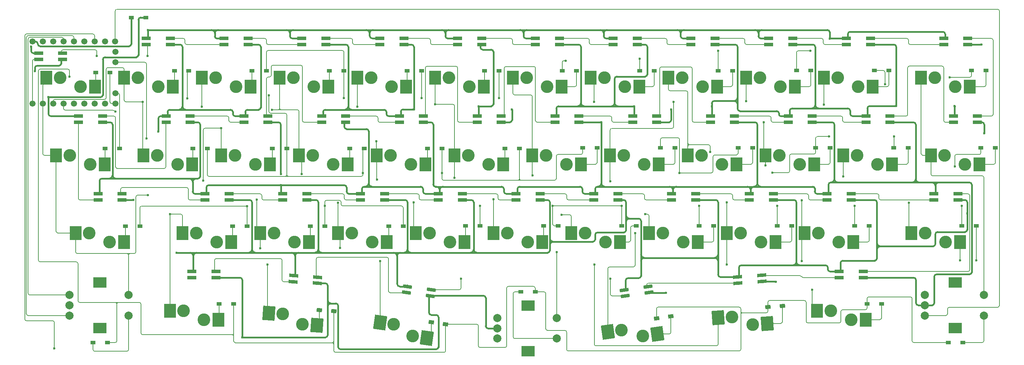
<source format=gbr>
G04 #@! TF.GenerationSoftware,KiCad,Pcbnew,8.0.2-1*
G04 #@! TF.CreationDate,2024-07-03T19:50:57+09:00*
G04 #@! TF.ProjectId,lagoon,6c61676f-6f6e-42e6-9b69-6361645f7063,rev?*
G04 #@! TF.SameCoordinates,Original*
G04 #@! TF.FileFunction,Copper,L2,Bot*
G04 #@! TF.FilePolarity,Positive*
%FSLAX46Y46*%
G04 Gerber Fmt 4.6, Leading zero omitted, Abs format (unit mm)*
G04 Created by KiCad (PCBNEW 8.0.2-1) date 2024-07-03 19:50:57*
%MOMM*%
%LPD*%
G01*
G04 APERTURE LIST*
G04 Aperture macros list*
%AMRotRect*
0 Rectangle, with rotation*
0 The origin of the aperture is its center*
0 $1 length*
0 $2 width*
0 $3 Rotation angle, in degrees counterclockwise*
0 Add horizontal line*
21,1,$1,$2,0,0,$3*%
G04 Aperture macros list end*
G04 #@! TA.AperFunction,WasherPad*
%ADD10C,3.100000*%
G04 #@! TD*
G04 #@! TA.AperFunction,SMDPad,CuDef*
%ADD11R,3.000000X3.500000*%
G04 #@! TD*
G04 #@! TA.AperFunction,SMDPad,CuDef*
%ADD12R,1.300000X0.950000*%
G04 #@! TD*
G04 #@! TA.AperFunction,SMDPad,CuDef*
%ADD13R,2.200000X0.820000*%
G04 #@! TD*
G04 #@! TA.AperFunction,SMDPad,CuDef*
%ADD14RotRect,2.200000X0.820000X188.000000*%
G04 #@! TD*
G04 #@! TA.AperFunction,SMDPad,CuDef*
%ADD15RotRect,3.000000X3.500000X188.000000*%
G04 #@! TD*
G04 #@! TA.AperFunction,SMDPad,CuDef*
%ADD16RotRect,3.000000X3.500000X184.000000*%
G04 #@! TD*
G04 #@! TA.AperFunction,SMDPad,CuDef*
%ADD17RotRect,1.300000X0.950000X176.000000*%
G04 #@! TD*
G04 #@! TA.AperFunction,SMDPad,CuDef*
%ADD18RotRect,1.300000X0.950000X188.000000*%
G04 #@! TD*
G04 #@! TA.AperFunction,ComponentPad*
%ADD19C,2.000000*%
G04 #@! TD*
G04 #@! TA.AperFunction,ComponentPad*
%ADD20R,3.200000X2.500000*%
G04 #@! TD*
G04 #@! TA.AperFunction,SMDPad,CuDef*
%ADD21RotRect,3.000000X3.500000X176.000000*%
G04 #@! TD*
G04 #@! TA.AperFunction,SMDPad,CuDef*
%ADD22RotRect,2.200000X0.820000X176.000000*%
G04 #@! TD*
G04 #@! TA.AperFunction,SMDPad,CuDef*
%ADD23RotRect,1.300000X0.950000X172.000000*%
G04 #@! TD*
G04 #@! TA.AperFunction,SMDPad,CuDef*
%ADD24RotRect,2.200000X0.820000X172.000000*%
G04 #@! TD*
G04 #@! TA.AperFunction,SMDPad,CuDef*
%ADD25RotRect,2.200000X0.820000X184.000000*%
G04 #@! TD*
G04 #@! TA.AperFunction,SMDPad,CuDef*
%ADD26RotRect,3.000000X3.500000X172.000000*%
G04 #@! TD*
G04 #@! TA.AperFunction,SMDPad,CuDef*
%ADD27RotRect,1.300000X0.950000X184.000000*%
G04 #@! TD*
G04 #@! TA.AperFunction,ComponentPad*
%ADD28C,1.250000*%
G04 #@! TD*
G04 #@! TA.AperFunction,SMDPad,CuDef*
%ADD29C,1.500000*%
G04 #@! TD*
G04 #@! TA.AperFunction,ViaPad*
%ADD30C,0.600000*%
G04 #@! TD*
G04 #@! TA.AperFunction,Conductor*
%ADD31C,0.200000*%
G04 #@! TD*
G04 #@! TA.AperFunction,Conductor*
%ADD32C,0.400000*%
G04 #@! TD*
G04 APERTURE END LIST*
D10*
X198785436Y-50325033D03*
X203785436Y-52525033D03*
D11*
X195435436Y-50325033D03*
X207335436Y-52525033D03*
D10*
X74960436Y-69375033D03*
X79960436Y-71575033D03*
D11*
X71610436Y-69375033D03*
X83510436Y-71575033D03*
D12*
X149122936Y-29575033D03*
X145572936Y-29575033D03*
D13*
X163985436Y-21681233D03*
X158085436Y-21681233D03*
X158085436Y-23181233D03*
X163985436Y-23181233D03*
D10*
X213072936Y-31275033D03*
X218072936Y-33475033D03*
D11*
X209722936Y-31275033D03*
X221622936Y-33475033D03*
D10*
X24954236Y-50325033D03*
X29954236Y-52525033D03*
D11*
X21604236Y-50325033D03*
X33504236Y-52525033D03*
D12*
X37122936Y-48625033D03*
X33572936Y-48625033D03*
X42122936Y-67675033D03*
X38572936Y-67675033D03*
X230322936Y-48537533D03*
X226772936Y-48537533D03*
X58622936Y-48625033D03*
X55072936Y-48625033D03*
D14*
X161007525Y-84832995D03*
X166850107Y-84011873D03*
X166641347Y-82526471D03*
X160798765Y-83347593D03*
D10*
X174972936Y-31275033D03*
X179972936Y-33475033D03*
D11*
X171622936Y-31275033D03*
X183522936Y-33475033D03*
D13*
X216372936Y-59781233D03*
X210472936Y-59781233D03*
X210472936Y-61281233D03*
X216372936Y-61281233D03*
D12*
X206522936Y-29537533D03*
X202972936Y-29537533D03*
X225622936Y-29537533D03*
X222072936Y-29537533D03*
D13*
X140172936Y-59781233D03*
X134272936Y-59781233D03*
X134272936Y-61281233D03*
X140172936Y-61281233D03*
D12*
X243722936Y-96237533D03*
X240172936Y-96237533D03*
D10*
X46385436Y-50325033D03*
X51385436Y-52525033D03*
D11*
X43035436Y-50325033D03*
X54935436Y-52525033D03*
D13*
X183035436Y-21681233D03*
X177135436Y-21681233D03*
X177135436Y-23181233D03*
X183035436Y-23181233D03*
X106835436Y-21681233D03*
X100935436Y-21681233D03*
X100935436Y-23181233D03*
X106835436Y-23181233D03*
X121122936Y-59781233D03*
X115222936Y-59781233D03*
X115222936Y-61281233D03*
X121122936Y-61281233D03*
X181897936Y-42231233D03*
X187797936Y-42231233D03*
X187797936Y-40731233D03*
X181897936Y-40731233D03*
D12*
X247022936Y-67637533D03*
X243472936Y-67637533D03*
X106622936Y-67675033D03*
X103072936Y-67675033D03*
D10*
X151160436Y-69375033D03*
X156160436Y-71575033D03*
D11*
X147810436Y-69375033D03*
X159710436Y-71575033D03*
D13*
X159222936Y-59781233D03*
X153322936Y-59781233D03*
X153322936Y-61281233D03*
X159222936Y-61281233D03*
D12*
X34822936Y-30037533D03*
X31272936Y-30037533D03*
D10*
X217835436Y-50325033D03*
X222835436Y-52525033D03*
D11*
X214485436Y-50325033D03*
X226385436Y-52525033D03*
D10*
X194022936Y-31275033D03*
X199022936Y-33475033D03*
D11*
X190672936Y-31275033D03*
X202572936Y-33475033D03*
D12*
X78122936Y-48625033D03*
X74572936Y-48625033D03*
D13*
X27116736Y-42231233D03*
X33016736Y-42231233D03*
X33016736Y-40731233D03*
X27116736Y-40731233D03*
D12*
X220822936Y-67637533D03*
X217272936Y-67637533D03*
D13*
X86647936Y-42231233D03*
X92547936Y-42231233D03*
X92547936Y-40731233D03*
X86647936Y-40731233D03*
D10*
X113060436Y-69375033D03*
X118060436Y-71575033D03*
D11*
X109710436Y-69375033D03*
X121610436Y-71575033D03*
D10*
X239266736Y-50325033D03*
X244266736Y-52525033D03*
D11*
X235916736Y-50325033D03*
X247816736Y-52525033D03*
D12*
X182722936Y-67637533D03*
X179172936Y-67637533D03*
D10*
X160091336Y-93160490D03*
X165348857Y-94643215D03*
D15*
X156773938Y-93626720D03*
X168864309Y-94149150D03*
D12*
X54122936Y-29575033D03*
X50572936Y-29575033D03*
D10*
X155922936Y-31275033D03*
X160922936Y-33475033D03*
D11*
X152572936Y-31275033D03*
X164472936Y-33475033D03*
D13*
X48547936Y-42231233D03*
X54447936Y-42231233D03*
X54447936Y-40731233D03*
X48547936Y-40731233D03*
D10*
X141635436Y-50325033D03*
X146635436Y-52525033D03*
D11*
X138285436Y-50325033D03*
X150185436Y-52525033D03*
D12*
X154122936Y-48537533D03*
X150572936Y-48537533D03*
D10*
X65435436Y-50325033D03*
X70435436Y-52525033D03*
D11*
X62085436Y-50325033D03*
X73985436Y-52525033D03*
D10*
X179735436Y-50325033D03*
X184735436Y-52525033D03*
D11*
X176385436Y-50325033D03*
X188285436Y-52525033D03*
D10*
X187149515Y-89958702D03*
X192290799Y-91804561D03*
D16*
X183807675Y-90192387D03*
X195832152Y-91556925D03*
D17*
X89618612Y-88561351D03*
X86077260Y-88313715D03*
D10*
X29716736Y-69375033D03*
X34716736Y-71575033D03*
D11*
X26366736Y-69375033D03*
X38266736Y-71575033D03*
D18*
X172205662Y-89790501D03*
X168690210Y-90284565D03*
D19*
X129722985Y-90270414D03*
X129722985Y-95270414D03*
X129722985Y-92770414D03*
D20*
X137222985Y-87170414D03*
X137222985Y-98370414D03*
D19*
X144222985Y-95270414D03*
X144222985Y-90270414D03*
D10*
X77095817Y-89248038D03*
X81930173Y-91791461D03*
D21*
X73753977Y-89014353D03*
X85471525Y-92039096D03*
D12*
X68422936Y-67675033D03*
X64872936Y-67675033D03*
D13*
X202085436Y-21681233D03*
X196185436Y-21681233D03*
X196185436Y-23181233D03*
X202085436Y-23181233D03*
D12*
X130122936Y-29575033D03*
X126572936Y-29575033D03*
D22*
X79692105Y-81312524D03*
X85577732Y-81724088D03*
X85682367Y-80227742D03*
X79796740Y-79816178D03*
D12*
X125422936Y-67637533D03*
X121872936Y-67637533D03*
D10*
X132110436Y-69375033D03*
X137110436Y-71575033D03*
D11*
X128760436Y-69375033D03*
X140660436Y-71575033D03*
D13*
X87672936Y-21681233D03*
X81772936Y-21681233D03*
X81772936Y-23181233D03*
X87672936Y-23181233D03*
D23*
X117033862Y-91734565D03*
X113518410Y-91240501D03*
D13*
X143797936Y-42231233D03*
X149697936Y-42231233D03*
X149697936Y-40731233D03*
X143797936Y-40731233D03*
D10*
X52824736Y-88425033D03*
X57824736Y-90625033D03*
D11*
X49474736Y-88425033D03*
X61374736Y-90625033D03*
D12*
X87422936Y-67675033D03*
X83872936Y-67675033D03*
X135122936Y-48625033D03*
X131572936Y-48625033D03*
X223822936Y-86737533D03*
X220272936Y-86737533D03*
D10*
X84485436Y-50325033D03*
X89485436Y-52525033D03*
D11*
X81135436Y-50325033D03*
X93035436Y-52525033D03*
D13*
X49572936Y-21681233D03*
X43672936Y-21681233D03*
X43672936Y-23181233D03*
X49572936Y-23181233D03*
D10*
X94010436Y-69375033D03*
X99010436Y-71575033D03*
D11*
X90660436Y-69375033D03*
X102560436Y-71575033D03*
D12*
X251722936Y-48537533D03*
X248172936Y-48537533D03*
D10*
X117822936Y-31275033D03*
X122822936Y-33475033D03*
D11*
X114472936Y-31275033D03*
X126372936Y-33475033D03*
D12*
X111122936Y-29575033D03*
X107572936Y-29575033D03*
D13*
X241429236Y-42231233D03*
X247329236Y-42231233D03*
X247329236Y-40731233D03*
X241429236Y-40731233D03*
D12*
X116122936Y-48625033D03*
X112572936Y-48625033D03*
X187322936Y-29575033D03*
X183772936Y-29575033D03*
D13*
X219997936Y-42231233D03*
X225897936Y-42231233D03*
X225897936Y-40731233D03*
X219997936Y-40731233D03*
D10*
X136872936Y-31275033D03*
X141872936Y-33475033D03*
D11*
X133522936Y-31275033D03*
X145422936Y-33475033D03*
D13*
X37779236Y-59781233D03*
X31879236Y-59781233D03*
X31879236Y-61281233D03*
X37779236Y-61281233D03*
D12*
X65122936Y-86725033D03*
X61572936Y-86725033D03*
D13*
X244947936Y-21681233D03*
X239047936Y-21681233D03*
X239047936Y-23181233D03*
X244947936Y-23181233D03*
D10*
X55910436Y-69375033D03*
X60910436Y-71575033D03*
D11*
X52560436Y-69375033D03*
X64460436Y-71575033D03*
D13*
X144935436Y-21681233D03*
X139035436Y-21681233D03*
X139035436Y-23181233D03*
X144935436Y-23181233D03*
X178272936Y-59781233D03*
X172372936Y-59781233D03*
X172372936Y-61281233D03*
X178272936Y-61281233D03*
D10*
X22572936Y-31275033D03*
X27572936Y-33475033D03*
D11*
X19222936Y-31275033D03*
X31122936Y-33475033D03*
D13*
X213415536Y-80331233D03*
X219315536Y-80331233D03*
X219315536Y-78831233D03*
X213415536Y-78831233D03*
D19*
X234385436Y-84606233D03*
X234385436Y-89606233D03*
X234385436Y-87106233D03*
D20*
X241885436Y-81506233D03*
X241885436Y-92706233D03*
D19*
X248885436Y-89606233D03*
X248885436Y-84606233D03*
D12*
X43575036Y-16549533D03*
X40025036Y-16549533D03*
D13*
X23197936Y-25287533D03*
X17297936Y-25287533D03*
X17297936Y-26787533D03*
X23197936Y-26787533D03*
D10*
X41622936Y-31275033D03*
X46622936Y-33475033D03*
D11*
X38272936Y-31275033D03*
X50172936Y-33475033D03*
D13*
X83022936Y-59781233D03*
X77122936Y-59781233D03*
X77122936Y-61281233D03*
X83022936Y-61281233D03*
D12*
X168122936Y-29575033D03*
X164572936Y-29575033D03*
D10*
X236885436Y-31275033D03*
X241885436Y-33475033D03*
D11*
X233535436Y-31275033D03*
X245435436Y-33475033D03*
D10*
X122585436Y-50325033D03*
X127585436Y-52525033D03*
D11*
X119235436Y-50325033D03*
X131135436Y-52525033D03*
D12*
X249422936Y-29537533D03*
X245872936Y-29537533D03*
D10*
X60672936Y-31275033D03*
X65672936Y-33475033D03*
D11*
X57322936Y-31275033D03*
X69222936Y-33475033D03*
D12*
X163722936Y-67637533D03*
X160172936Y-67637533D03*
D10*
X160685436Y-50325033D03*
X165685436Y-52525033D03*
D11*
X157335436Y-50325033D03*
X169235436Y-52525033D03*
D12*
X201822936Y-67637533D03*
X198272936Y-67637533D03*
X92122936Y-29575033D03*
X88572936Y-29575033D03*
D13*
X102072936Y-59781233D03*
X96172936Y-59781233D03*
X96172936Y-61281233D03*
X102072936Y-61281233D03*
D24*
X107443965Y-83986573D03*
X113286547Y-84807695D03*
X113495307Y-83322293D03*
X107652725Y-82501171D03*
D12*
X73122936Y-29575033D03*
X69572936Y-29575033D03*
X34222936Y-96250033D03*
X30672936Y-96250033D03*
D13*
X54874736Y-80331233D03*
X60774736Y-80331233D03*
X60774736Y-78831233D03*
X54874736Y-78831233D03*
X125885436Y-21681233D03*
X119985436Y-21681233D03*
X119985436Y-23181233D03*
X125885436Y-23181233D03*
D10*
X189260436Y-69375033D03*
X194260436Y-71575033D03*
D11*
X185910436Y-69375033D03*
X197810436Y-71575033D03*
D10*
X208310436Y-69375033D03*
X213310436Y-71575033D03*
D11*
X204960436Y-69375033D03*
X216860436Y-71575033D03*
D13*
X124747936Y-42231233D03*
X130647936Y-42231233D03*
X130647936Y-40731233D03*
X124747936Y-40731233D03*
D19*
X24835436Y-84606233D03*
X24835436Y-89606233D03*
X24835436Y-87106233D03*
D20*
X32335436Y-81506233D03*
X32335436Y-92706233D03*
D19*
X39335436Y-89606233D03*
X39335436Y-84606233D03*
D13*
X105697936Y-42231233D03*
X111597936Y-42231233D03*
X111597936Y-40731233D03*
X105697936Y-40731233D03*
X63972936Y-59781233D03*
X58072936Y-59781233D03*
X58072936Y-61281233D03*
X63972936Y-61281233D03*
X200947936Y-42231233D03*
X206847936Y-42231233D03*
X206847936Y-40731233D03*
X200947936Y-40731233D03*
D10*
X234504236Y-69375033D03*
X239504236Y-71575033D03*
D11*
X231154236Y-69375033D03*
X243054236Y-71575033D03*
D10*
X170210436Y-69375033D03*
X175210436Y-71575033D03*
D11*
X166860436Y-69375033D03*
X178760436Y-71575033D03*
D13*
X197322936Y-59781233D03*
X191422936Y-59781233D03*
X191422936Y-61281233D03*
X197322936Y-61281233D03*
D25*
X188645240Y-81685688D03*
X194530867Y-81274124D03*
X194426232Y-79777778D03*
X188540605Y-80189342D03*
D10*
X104273055Y-91765459D03*
X108918215Y-94639915D03*
D26*
X100955657Y-91299229D03*
X112433666Y-95133979D03*
D10*
X103535436Y-50325033D03*
X108535436Y-52525033D03*
D11*
X100185436Y-50325033D03*
X112085436Y-52525033D03*
D12*
X173222936Y-48537533D03*
X169672936Y-48537533D03*
X97122936Y-48625033D03*
X93572936Y-48625033D03*
D13*
X67597936Y-42231233D03*
X73497936Y-42231233D03*
X73497936Y-40731233D03*
X67597936Y-40731233D03*
D10*
X98772936Y-31275033D03*
X103772936Y-33475033D03*
D11*
X95422936Y-31275033D03*
X107322936Y-33475033D03*
D13*
X162847936Y-42231233D03*
X168747936Y-42231233D03*
X168747936Y-40731233D03*
X162847936Y-40731233D03*
D10*
X79722936Y-31275033D03*
X84722936Y-33475033D03*
D11*
X76372936Y-31275033D03*
X88272936Y-33475033D03*
D12*
X138979635Y-83820000D03*
X135429635Y-83820000D03*
X144622936Y-67637533D03*
X141072936Y-67637533D03*
D13*
X221135436Y-21681233D03*
X215235436Y-21681233D03*
X215235436Y-23181233D03*
X221135436Y-23181233D03*
D27*
X199518612Y-87313715D03*
X195977260Y-87561351D03*
D13*
X242566736Y-59781233D03*
X236666736Y-59781233D03*
X236666736Y-61281233D03*
X242566736Y-61281233D03*
D28*
X15808236Y-37684667D03*
D29*
X15808236Y-37684667D03*
D28*
X18328236Y-37684667D03*
D29*
X18328236Y-37684667D03*
D28*
X20868236Y-37684667D03*
D29*
X20868236Y-37684667D03*
D28*
X23398236Y-37684667D03*
D29*
X23398236Y-37684667D03*
D28*
X25948236Y-37684667D03*
D29*
X25948236Y-37684667D03*
D28*
X28488236Y-37684667D03*
D29*
X28488236Y-37684667D03*
D28*
X31028236Y-37684667D03*
D29*
X31028236Y-37684667D03*
D28*
X33568236Y-37684667D03*
D29*
X33568236Y-37684667D03*
D28*
X36108236Y-37684667D03*
D29*
X36108236Y-37684667D03*
D28*
X36108236Y-35144667D03*
D29*
X36108236Y-35144667D03*
D28*
X36108236Y-27524667D03*
D29*
X36108236Y-27524667D03*
D28*
X36108236Y-24984667D03*
D29*
X36108236Y-24984667D03*
D28*
X36092577Y-22444667D03*
D29*
X36092577Y-22444667D03*
D28*
X33568236Y-22444667D03*
D29*
X33568236Y-22444667D03*
D28*
X31028236Y-22444667D03*
D29*
X31028236Y-22444667D03*
D28*
X28488236Y-22444667D03*
D29*
X28488236Y-22444667D03*
D28*
X25948236Y-22444667D03*
D29*
X25948236Y-22444667D03*
D28*
X23408236Y-22444667D03*
D29*
X23408236Y-22444667D03*
D28*
X20868236Y-22444667D03*
D29*
X20868236Y-22444667D03*
D28*
X18328236Y-22444667D03*
D29*
X18328236Y-22444667D03*
D28*
X15808236Y-22444667D03*
D29*
X15808236Y-22444667D03*
D12*
X211222936Y-48537533D03*
X207672936Y-48537533D03*
D10*
X211365536Y-88425033D03*
X216365536Y-90625033D03*
D11*
X208015536Y-88425033D03*
X219915536Y-90625033D03*
D13*
X68622936Y-21681233D03*
X62722936Y-21681233D03*
X62722936Y-23181233D03*
X68622936Y-23181233D03*
D12*
X192222936Y-48537533D03*
X188672936Y-48537533D03*
D30*
X111122936Y-36268633D03*
X146473999Y-27136557D03*
X130121336Y-36268633D03*
X240523275Y-31195033D03*
X164571862Y-26661495D03*
X224654901Y-32875033D03*
X206428445Y-24727979D03*
X53705036Y-36371433D03*
X92122936Y-36268633D03*
X183780599Y-24724584D03*
X73747936Y-35658181D03*
X226848938Y-45711294D03*
X174351199Y-54634907D03*
X241774753Y-53100669D03*
X116125072Y-54637103D03*
X197067436Y-54632943D03*
X210995790Y-45737533D03*
X96786644Y-54637633D03*
X179167474Y-62748266D03*
X87422556Y-62759642D03*
X125423677Y-62759056D03*
X143273514Y-62757735D03*
X68433396Y-62765268D03*
X217280185Y-62755122D03*
X43743413Y-46200913D03*
X243477315Y-62761285D03*
X160173693Y-62750197D03*
X198282435Y-62750330D03*
X24869115Y-31034175D03*
X243066941Y-76131845D03*
X247080160Y-76131845D03*
X51099751Y-74215565D03*
X16408236Y-29663347D03*
X241711117Y-38254503D03*
X163201553Y-38301656D03*
X125103401Y-38299309D03*
X19716336Y-36079833D03*
X109244995Y-39081233D03*
X227439646Y-38254955D03*
X182247936Y-38295366D03*
X46668836Y-44478833D03*
X248316036Y-23140233D03*
X40571036Y-61286998D03*
X244820377Y-64550781D03*
X44024966Y-25977204D03*
X31602836Y-25992233D03*
X211102136Y-21699604D03*
X67208932Y-94986016D03*
X76658840Y-54890116D03*
X76658840Y-57647128D03*
X15470180Y-23715571D03*
X133289836Y-39137533D03*
X155187006Y-42253349D03*
X172304110Y-39137533D03*
X44076224Y-19594038D03*
X170992455Y-84060213D03*
X197904136Y-81313137D03*
X248979036Y-44937533D03*
X157397145Y-80552359D03*
X120815149Y-80562505D03*
X138288437Y-55237633D03*
X145448385Y-64896607D03*
X44129436Y-60093933D03*
X165929346Y-64788139D03*
X157343166Y-56736881D03*
X163447936Y-69443477D03*
X153423236Y-37213333D03*
X49474736Y-64769933D03*
X42821836Y-37213333D03*
X172904110Y-37201355D03*
X70774836Y-61196533D03*
X185910436Y-77100333D03*
X73374712Y-77079333D03*
X153442280Y-77095175D03*
X62047936Y-43683166D03*
X185910436Y-61885433D03*
X181833545Y-49550453D03*
X57671036Y-56512233D03*
X71620555Y-73128117D03*
X36171700Y-39636733D03*
X57322936Y-38450333D03*
X91149836Y-73007033D03*
X206803474Y-83292729D03*
X100955636Y-76284333D03*
X81763236Y-54890116D03*
X190672936Y-37093169D03*
X194938836Y-42240133D03*
X90660436Y-61968833D03*
X195435436Y-52785733D03*
X74475392Y-39184782D03*
X204242236Y-61387533D03*
X204247845Y-76284333D03*
X95422936Y-38448433D03*
X100187036Y-56326733D03*
X100046036Y-46870933D03*
X209722936Y-37931841D03*
X109216736Y-61897533D03*
X214485436Y-55560133D03*
X230533175Y-61981133D03*
X128760436Y-61097133D03*
X144222936Y-74097333D03*
X119235436Y-55859533D03*
X114472936Y-37848433D03*
X21168935Y-97648079D03*
D31*
X245872936Y-30770467D02*
X245872936Y-29537533D01*
X164572936Y-29575033D02*
X164572936Y-26662569D01*
X130122936Y-29575033D02*
X130122936Y-36268633D01*
X54122936Y-29575033D02*
X53705036Y-29575033D01*
X202972936Y-25152484D02*
X202972936Y-29537533D01*
X92122936Y-29575033D02*
X92122936Y-36268633D01*
X164572936Y-26662569D02*
X164571862Y-26661495D01*
X111122936Y-36268633D02*
X111122936Y-29575033D01*
X222072936Y-29537533D02*
X224224619Y-29537533D01*
X92122936Y-29575033D02*
X92122936Y-25065996D01*
X183772936Y-24732247D02*
X183772936Y-29575033D01*
X73122936Y-25066281D02*
X73122936Y-29575033D01*
X224224619Y-29537533D02*
X224224632Y-29537520D01*
X224648429Y-29961285D02*
X224648429Y-32868561D01*
X224648429Y-32868561D02*
X224654901Y-32875033D01*
X146473999Y-27136557D02*
X146002539Y-27136576D01*
X34822936Y-30037533D02*
X34822936Y-37260908D01*
X145572936Y-29575033D02*
X145572936Y-27566197D01*
X35246661Y-37684633D02*
X36108236Y-37684633D01*
X130122936Y-36268633D02*
X130121336Y-36268633D01*
X183780599Y-24724584D02*
X183772936Y-24732247D01*
X53705036Y-29575033D02*
X53705036Y-36371433D01*
X206428445Y-24727979D02*
X203397441Y-24727979D01*
X91699519Y-24642579D02*
X73546638Y-24642579D01*
X240523275Y-31195033D02*
X245448370Y-31195033D01*
X145572936Y-27566197D02*
G75*
G02*
X146002539Y-27136536I429664J-3D01*
G01*
X73546638Y-24642579D02*
G75*
G03*
X73122879Y-25066281I-38J-423721D01*
G01*
X224224632Y-29537520D02*
G75*
G02*
X224648480Y-29961285I68J-423780D01*
G01*
X92122936Y-25065996D02*
G75*
G03*
X91699519Y-24642564I-423436J-4D01*
G01*
X34822936Y-37260908D02*
G75*
G03*
X35246661Y-37684664I423764J8D01*
G01*
X203397441Y-24727979D02*
G75*
G03*
X202972879Y-25152484I-41J-424521D01*
G01*
X245448370Y-31195033D02*
G75*
G03*
X245872933Y-30770467I30J424533D01*
G01*
X31272936Y-33475033D02*
X31122936Y-33475033D01*
X31272936Y-30037533D02*
X31272936Y-33475033D01*
X78514299Y-55490116D02*
X96363427Y-55490116D01*
X135519297Y-56461537D02*
X134728246Y-56461537D01*
X37122936Y-48625033D02*
X37160136Y-48625033D01*
X188672936Y-49813399D02*
X188672936Y-48537533D01*
X174347936Y-46461498D02*
X174347936Y-54631644D01*
X116123736Y-54635767D02*
X116125072Y-54637103D01*
X96786644Y-54637633D02*
X96786636Y-54637625D01*
X210995790Y-45737533D02*
X208096554Y-45737533D01*
X78514299Y-55490116D02*
X77731554Y-55490116D01*
X182971493Y-50237533D02*
X188248802Y-50237533D01*
X116123736Y-56037428D02*
X116123736Y-54638439D01*
X174351199Y-54634907D02*
X182123389Y-54634907D01*
X182547936Y-54210360D02*
X182547936Y-50661090D01*
X116122936Y-54376933D02*
X116123736Y-54376933D01*
X73746036Y-35662768D02*
X73747936Y-35658181D01*
X37160136Y-48625033D02*
X37160136Y-35568014D01*
X116123736Y-54376933D02*
X116123736Y-54635767D01*
X241766736Y-50561004D02*
X241766736Y-53092652D01*
X197067436Y-54632943D02*
X200861880Y-54632943D01*
X58622936Y-55066610D02*
X58622936Y-48625033D01*
X170096396Y-46037533D02*
X173923971Y-46037533D01*
X116123736Y-54638439D02*
X116125072Y-54637103D01*
X201709742Y-50037533D02*
X207249915Y-50037533D01*
X174347936Y-54631644D02*
X174351199Y-54634907D01*
X59046442Y-55490116D02*
X77731554Y-55490116D01*
X247749232Y-50137533D02*
X242190207Y-50137533D01*
X241766736Y-53092652D02*
X241774753Y-53100669D01*
X144135436Y-50560980D02*
X144135436Y-56037664D01*
X36736755Y-35144633D02*
X36108236Y-35144633D01*
X201285436Y-54209387D02*
X201285436Y-50461839D01*
X135519301Y-56461533D02*
X135519297Y-56461537D01*
X77699398Y-40019333D02*
X74169216Y-40019333D01*
X226848938Y-45711294D02*
X226848938Y-48461531D01*
X96786636Y-48625033D02*
X97122936Y-48625033D01*
X96786644Y-54637633D02*
X96786644Y-55066899D01*
X150572936Y-48537533D02*
X150572936Y-49713780D01*
X134728242Y-56461533D02*
X116547841Y-56461533D01*
X134728246Y-56461537D02*
X134728242Y-56461533D01*
X116122936Y-54634967D02*
X116125072Y-54637103D01*
X248172936Y-48537533D02*
X248172936Y-49713829D01*
X73746036Y-39596153D02*
X73746036Y-35662768D01*
X143711567Y-56461533D02*
X135519301Y-56461533D01*
X116123736Y-56037428D02*
X116123736Y-54376933D01*
X207672936Y-49614512D02*
X207672936Y-48537533D01*
X78122936Y-48625033D02*
X78122936Y-55098734D01*
X169672936Y-48537533D02*
X169672936Y-46460993D01*
X116122936Y-48625033D02*
X116122936Y-54634967D01*
X96786644Y-54637633D02*
X96785256Y-54639021D01*
X150149183Y-50137533D02*
X144558883Y-50137533D01*
X174351199Y-54634907D02*
X174493336Y-54492770D01*
X96786636Y-54637625D02*
X96786636Y-48625033D01*
X135122936Y-48625033D02*
X135122936Y-56065183D01*
X78514299Y-55490116D02*
X78514284Y-55490101D01*
X207672936Y-48537533D02*
X207672936Y-46161151D01*
X135122936Y-56065183D02*
X135122936Y-56066839D01*
X78122936Y-48625033D02*
X78122936Y-40442871D01*
X96786636Y-54576933D02*
X96786636Y-54637625D01*
X37160136Y-35568014D02*
G75*
G03*
X36736755Y-35144664I-423336J14D01*
G01*
X182547936Y-50661090D02*
G75*
G02*
X182971493Y-50237536I423564J-10D01*
G01*
X242190207Y-50137533D02*
G75*
G03*
X241766733Y-50561004I-7J-423467D01*
G01*
X135122936Y-56066839D02*
G75*
G02*
X134728242Y-56461536I-394736J39D01*
G01*
X200861880Y-54632943D02*
G75*
G03*
X201285443Y-54209387I20J423543D01*
G01*
X78122936Y-40442871D02*
G75*
G03*
X77699398Y-40019364I-423536J-29D01*
G01*
X173923971Y-46037533D02*
G75*
G02*
X174347967Y-46461498I29J-423967D01*
G01*
X144558883Y-50137533D02*
G75*
G03*
X144135433Y-50560980I17J-423467D01*
G01*
X201285436Y-50461839D02*
G75*
G02*
X201709742Y-50037536I424264J39D01*
G01*
X226848938Y-48461531D02*
G75*
G02*
X226772936Y-48537538I-76038J31D01*
G01*
X96363427Y-55490116D02*
G75*
G03*
X96786616Y-55066899I-27J423216D01*
G01*
X208096554Y-45737533D02*
G75*
G03*
X207672933Y-46161151I46J-423667D01*
G01*
X74169216Y-40019333D02*
G75*
G02*
X73746067Y-39596153I-16J423133D01*
G01*
X248172936Y-49713829D02*
G75*
G02*
X247749232Y-50137536I-423736J29D01*
G01*
X78514284Y-55490101D02*
G75*
G02*
X78122899Y-55098734I16J391401D01*
G01*
X207249915Y-50037533D02*
G75*
G03*
X207672933Y-49614512I-15J423033D01*
G01*
X188248802Y-50237533D02*
G75*
G03*
X188672933Y-49813399I-2J424133D01*
G01*
X78122936Y-55098734D02*
G75*
G02*
X77731554Y-55490036I-391336J34D01*
G01*
X116547841Y-56461533D02*
G75*
G02*
X116123667Y-56037428I-41J424133D01*
G01*
X169672936Y-46460993D02*
G75*
G02*
X170096396Y-46037536I423464J-7D01*
G01*
X135519297Y-56461537D02*
G75*
G02*
X135122963Y-56065183I3J396337D01*
G01*
X150572936Y-49713780D02*
G75*
G02*
X150149183Y-50137536I-423736J-20D01*
G01*
X59046442Y-55490116D02*
G75*
G02*
X58622884Y-55066610I-42J423516D01*
G01*
X144135436Y-56037664D02*
G75*
G02*
X143711567Y-56461536I-423836J-36D01*
G01*
X182123389Y-54634907D02*
G75*
G03*
X182547907Y-54210360I11J424507D01*
G01*
X33572936Y-48625033D02*
X33572936Y-52525033D01*
X33572936Y-52525033D02*
X33504236Y-52525033D01*
X68433396Y-62765268D02*
X42546475Y-62765268D01*
X143275574Y-62759517D02*
X143275574Y-67214630D01*
X143284894Y-62750197D02*
X160173693Y-62750197D01*
X143280295Y-62754796D02*
X143284894Y-62750197D01*
X179172936Y-62753728D02*
X179167474Y-62748266D01*
X243472936Y-62765664D02*
X243477315Y-62761285D01*
X198272936Y-67637533D02*
X198272936Y-62584694D01*
X91413357Y-61790669D02*
X91413357Y-62331332D01*
X179172936Y-67637533D02*
X179172936Y-62753728D01*
X243472936Y-67637533D02*
X243472936Y-62765664D01*
X68422936Y-67675033D02*
X68422936Y-63008522D01*
X143698477Y-67637533D02*
X144622936Y-67637533D01*
X160163436Y-62760454D02*
X160163436Y-67628033D01*
X217272936Y-67637533D02*
X217272936Y-62762371D01*
X217272936Y-62756463D02*
X217271659Y-62755186D01*
X43729026Y-46186526D02*
X43729026Y-27948223D01*
X43743413Y-46200913D02*
X43729026Y-46186526D01*
X198272936Y-62584694D02*
X198272659Y-62584417D01*
X106622936Y-63178629D02*
X106622936Y-67675033D01*
X87422936Y-67675033D02*
X87422936Y-61789964D01*
X87846067Y-61366833D02*
X90989521Y-61366833D01*
X91837280Y-62755255D02*
X106199562Y-62755255D01*
X143280295Y-62754796D02*
X143275574Y-62759517D01*
X42122936Y-63188807D02*
X42122936Y-67675033D01*
X217272936Y-62762371D02*
X217280185Y-62755122D01*
X160163436Y-67628033D02*
X160172936Y-67637533D01*
X160173693Y-62750197D02*
X160163436Y-62760454D01*
X125422936Y-62575033D02*
X125422936Y-67637533D01*
X43305436Y-27524633D02*
X36108236Y-27524633D01*
X106199562Y-62755255D02*
G75*
G02*
X106622945Y-63178629I38J-423345D01*
G01*
X143275574Y-67214630D02*
G75*
G03*
X143698477Y-67637526I422926J30D01*
G01*
X87422936Y-61789964D02*
G75*
G02*
X87846067Y-61366836I423164J-36D01*
G01*
X43729026Y-46215300D02*
G75*
G02*
X43743413Y-46200926I14374J0D01*
G01*
X91413357Y-62331332D02*
G75*
G03*
X91837280Y-62755243I423943J32D01*
G01*
X42546475Y-62765268D02*
G75*
G03*
X42122968Y-63188807I25J-423532D01*
G01*
X43729026Y-27948223D02*
G75*
G03*
X43305436Y-27524574I-423626J23D01*
G01*
X90989521Y-61366833D02*
G75*
G02*
X91413367Y-61790669I-21J-423867D01*
G01*
X38572936Y-71575033D02*
X38266736Y-71575033D01*
X38572936Y-67675033D02*
X38572936Y-71575033D01*
X213865536Y-91013319D02*
X213865536Y-88633813D01*
X24869115Y-31034175D02*
X24869115Y-29604953D01*
X138979635Y-83820000D02*
X138979635Y-82907378D01*
X36876674Y-86394907D02*
X36876680Y-86394901D01*
X189347934Y-87970567D02*
X189347936Y-87970565D01*
X189347934Y-89365740D02*
X189347936Y-89365742D01*
X220272936Y-85461415D02*
X220272936Y-86737533D01*
X27375906Y-86394901D02*
X36084941Y-86394901D01*
X36876680Y-86394901D02*
X41971602Y-86394901D01*
X65122936Y-86725033D02*
X65122936Y-93944273D01*
X89618636Y-95904189D02*
X89618637Y-95904190D01*
X89221296Y-96301533D02*
X65546402Y-96301533D01*
X168690236Y-87970403D02*
X168690236Y-90284533D01*
X141565715Y-84243977D02*
X141565715Y-92835502D01*
X17699942Y-76463433D02*
X26528101Y-76463433D01*
X34222936Y-96250033D02*
X36061535Y-96250033D01*
X188924134Y-87546763D02*
X169113876Y-87546763D01*
X195977260Y-87561351D02*
X195977260Y-86361042D01*
X125465880Y-97464965D02*
X131560775Y-97464965D01*
X196400769Y-85937533D02*
X204923706Y-85937533D01*
X42819049Y-94336833D02*
X64722852Y-94336833D01*
X89618636Y-88561333D02*
X89618636Y-95904189D01*
X117033862Y-91734565D02*
X124618702Y-91734565D01*
X125042186Y-92158049D02*
X125042186Y-97041271D01*
X231312736Y-95813679D02*
X231312736Y-85461534D01*
X65122936Y-93944273D02*
X65122936Y-94736917D01*
X220272936Y-87785903D02*
X220272936Y-86737533D01*
X36876674Y-86394907D02*
X36084947Y-86394907D01*
X89618636Y-96698563D02*
X89618636Y-98225716D01*
X36084947Y-86394907D02*
X36084941Y-86394901D01*
X195977236Y-87561375D02*
X195977260Y-87561351D01*
X141989779Y-93259566D02*
X146250559Y-93259566D01*
X65122936Y-93944273D02*
X65122943Y-93944280D01*
X205771224Y-91437533D02*
X213441322Y-91437533D01*
X189347934Y-88586303D02*
X189347934Y-89365740D01*
X138979635Y-83820000D02*
X141141773Y-83820029D01*
X131984226Y-97041514D02*
X131984226Y-82907158D01*
X189347936Y-97889259D02*
X189347936Y-89365742D01*
X132408171Y-82483213D02*
X138555470Y-82483213D01*
X195977236Y-88555088D02*
X195977236Y-87561375D01*
X189739861Y-88978233D02*
X195554091Y-88978233D01*
X205347936Y-86361763D02*
X205347936Y-91014245D01*
X26951950Y-76887282D02*
X26951950Y-85970945D01*
X230888735Y-85037533D02*
X220696818Y-85037533D01*
X147098494Y-98314333D02*
X188922862Y-98314333D01*
X17276336Y-29605530D02*
X17276336Y-76039827D01*
X42395436Y-86818735D02*
X42395436Y-93913220D01*
X189739861Y-88978233D02*
X189735445Y-88978233D01*
X146674415Y-93683422D02*
X146674415Y-97890254D01*
X189347934Y-88586303D02*
X189347934Y-87970567D01*
X89618636Y-95904189D02*
X89618636Y-96698563D01*
X117033862Y-91734565D02*
X117033862Y-98225677D01*
X214289759Y-88209590D02*
X219849249Y-88209590D01*
X24445595Y-29181433D02*
X17700433Y-29181433D01*
X240172936Y-96237533D02*
X231736590Y-96237533D01*
X90042453Y-98649533D02*
X116610006Y-98649533D01*
X65122936Y-95878067D02*
X65122936Y-94736917D01*
X36485262Y-95826306D02*
X36485262Y-86795222D01*
X42395436Y-93913220D02*
G75*
G03*
X42819049Y-94336764I423564J20D01*
G01*
X36876674Y-86394907D02*
G75*
G03*
X36485307Y-86786330I26J-391393D01*
G01*
X195554091Y-88978233D02*
G75*
G03*
X195977233Y-88555088I9J423133D01*
G01*
X117033862Y-98225677D02*
G75*
G02*
X116610006Y-98649562I-423862J-23D01*
G01*
X131984226Y-82907158D02*
G75*
G02*
X132408171Y-82483226I423974J-42D01*
G01*
X36485262Y-86795222D02*
G75*
G03*
X36084941Y-86394838I-400362J22D01*
G01*
X89618636Y-98225716D02*
G75*
G03*
X90042453Y-98649564I423864J16D01*
G01*
X141565715Y-92835502D02*
G75*
G03*
X141989779Y-93259585I424085J2D01*
G01*
X189347936Y-87970565D02*
G75*
G03*
X188924134Y-87546764I-423836J-35D01*
G01*
X65546402Y-96301533D02*
G75*
G02*
X65122967Y-95878067I-2J423433D01*
G01*
X195977260Y-86361042D02*
G75*
G02*
X196400769Y-85937460I423540J42D01*
G01*
X204923706Y-85937533D02*
G75*
G02*
X205347967Y-86361763I-6J-424267D01*
G01*
X146250559Y-93259566D02*
G75*
G02*
X146674434Y-93683422I41J-423834D01*
G01*
X141141773Y-83820029D02*
G75*
G02*
X141565771Y-84243977I27J-423971D01*
G01*
X24869115Y-29604953D02*
G75*
G03*
X24445595Y-29181485I-423515J-47D01*
G01*
X89221606Y-96301533D02*
G75*
G02*
X89618667Y-96698563I-6J-397067D01*
G01*
X131560775Y-97464965D02*
G75*
G03*
X131984265Y-97041514I25J423465D01*
G01*
X26951950Y-85970945D02*
G75*
G03*
X27375906Y-86394850I423950J45D01*
G01*
X146674415Y-97890254D02*
G75*
G03*
X147098494Y-98314385I424085J-46D01*
G01*
X189739861Y-88978233D02*
G75*
G02*
X189347967Y-88586303I39J391933D01*
G01*
X189735445Y-88978233D02*
G75*
G03*
X189347933Y-89365742I-45J-387467D01*
G01*
X205347936Y-91014245D02*
G75*
G03*
X205771224Y-91437464I423264J45D01*
G01*
X17700433Y-29181433D02*
G75*
G03*
X17276333Y-29605530I-33J-424067D01*
G01*
X219849249Y-88209590D02*
G75*
G03*
X220272890Y-87785903I-49J423690D01*
G01*
X231312736Y-85461534D02*
G75*
G03*
X230888735Y-85037464I-424036J34D01*
G01*
X188922862Y-98314333D02*
G75*
G03*
X189347933Y-97889259I38J425033D01*
G01*
X36061535Y-96250033D02*
G75*
G03*
X36485233Y-95826306I-35J423733D01*
G01*
X220696818Y-85037533D02*
G75*
G03*
X220272933Y-85461415I-18J-423867D01*
G01*
X213441322Y-91437533D02*
G75*
G03*
X213865533Y-91013319I-22J424233D01*
G01*
X169113876Y-87546763D02*
G75*
G03*
X168690263Y-87970403I24J-423637D01*
G01*
X231736590Y-96237533D02*
G75*
G02*
X231312767Y-95813679I10J423833D01*
G01*
X17276336Y-76039827D02*
G75*
G03*
X17699942Y-76463364I423564J27D01*
G01*
X213865536Y-88633813D02*
G75*
G02*
X214289759Y-88209536I424264J13D01*
G01*
X138555470Y-82483213D02*
G75*
G02*
X138979687Y-82907378I30J-424187D01*
G01*
X65122943Y-93944280D02*
G75*
G02*
X64730402Y-94336843I-392543J-20D01*
G01*
X124618702Y-91734565D02*
G75*
G02*
X125042235Y-92158049I-2J-423535D01*
G01*
X26528101Y-76463433D02*
G75*
G02*
X26951967Y-76887282I-1J-423867D01*
G01*
X41971602Y-86394901D02*
G75*
G02*
X42395399Y-86818735I-2J-423799D01*
G01*
X64722852Y-94336833D02*
G75*
G02*
X65122967Y-94736917I48J-400067D01*
G01*
X89618637Y-95904190D02*
G75*
G02*
X89221296Y-96301537I-397337J-10D01*
G01*
X125042186Y-97041271D02*
G75*
G03*
X125465880Y-97465014I423714J-29D01*
G01*
X30672936Y-96250033D02*
X30672936Y-97979325D01*
X31096389Y-98402778D02*
X38912096Y-98402778D01*
X39335436Y-97979438D02*
X39335436Y-89606233D01*
X38912096Y-98402778D02*
G75*
G03*
X39335478Y-97979438I4J423378D01*
G01*
X30672936Y-97979325D02*
G75*
G03*
X31096389Y-98402764I423464J25D01*
G01*
X50572936Y-29575033D02*
X50572936Y-33475033D01*
X50572936Y-33475033D02*
X50172936Y-33475033D01*
X55072936Y-48625033D02*
X55072936Y-52525033D01*
X55072936Y-52525033D02*
X54935436Y-52525033D01*
X64872936Y-67675033D02*
X64872936Y-71575033D01*
X64872936Y-71575033D02*
X64460436Y-71575033D01*
X61572936Y-90625033D02*
X61374736Y-90625033D01*
X61572936Y-86725033D02*
X61572936Y-90625033D01*
X69572936Y-29575033D02*
X69572936Y-33475033D01*
X69572936Y-33475033D02*
X69222936Y-33475033D01*
X74572936Y-48625033D02*
X74572936Y-52525033D01*
X74572936Y-52525033D02*
X73985436Y-52525033D01*
X83872936Y-71575033D02*
X83510436Y-71575033D01*
X83872936Y-67675033D02*
X83872936Y-71575033D01*
X85471536Y-92039133D02*
X86077236Y-92039133D01*
X86077236Y-92039133D02*
X86077236Y-88313733D01*
X88572936Y-29575033D02*
X88572936Y-33475033D01*
X88572936Y-33475033D02*
X88272936Y-33475033D01*
X93572936Y-52525033D02*
X93035436Y-52525033D01*
X93572936Y-48625033D02*
X93572936Y-52525033D01*
X103072936Y-71575033D02*
X102560436Y-71575033D01*
X103072936Y-67675033D02*
X103072936Y-71575033D01*
X113518436Y-95133933D02*
X113518436Y-91240533D01*
X112433636Y-95133933D02*
X113518436Y-95133933D01*
X107572936Y-33475033D02*
X107322936Y-33475033D01*
X107572936Y-29575033D02*
X107572936Y-33475033D01*
X112572936Y-52525033D02*
X112085436Y-52525033D01*
X112572936Y-48625033D02*
X112572936Y-52525033D01*
X121872936Y-71575033D02*
X121610436Y-71575033D01*
X121872936Y-67637533D02*
X121872936Y-71575033D01*
X126572936Y-33475033D02*
X126372936Y-33475033D01*
X126572936Y-29575033D02*
X126572936Y-33475033D01*
X131572936Y-48625033D02*
X131572936Y-52525033D01*
X131572936Y-52525033D02*
X131135436Y-52525033D01*
X141072936Y-67637533D02*
X141072936Y-71575033D01*
X141072936Y-71575033D02*
X140660436Y-71575033D01*
X144219520Y-95763662D02*
X144222985Y-95760197D01*
X135429635Y-83820000D02*
X133990757Y-83819973D01*
X144222985Y-95270414D02*
X133990522Y-95270414D01*
X133567047Y-94846939D02*
X133567047Y-84243675D01*
X133567047Y-84243675D02*
G75*
G02*
X133990757Y-83820047I423653J-25D01*
G01*
X133990522Y-95270414D02*
G75*
G02*
X133566986Y-94846939I-22J423514D01*
G01*
X149122936Y-33051240D02*
X149122936Y-29575033D01*
X145422936Y-33475033D02*
X148699143Y-33475033D01*
X148699143Y-33475033D02*
G75*
G03*
X149122933Y-33051240I-43J423833D01*
G01*
X153699442Y-52525033D02*
X150185436Y-52525033D01*
X154122936Y-48537533D02*
X154122936Y-52101539D01*
X154122936Y-52101539D02*
G75*
G02*
X153699442Y-52525036I-423536J39D01*
G01*
X161923651Y-71575033D02*
X159710436Y-71575033D01*
X163722936Y-67637533D02*
X162771162Y-67637533D01*
X162347936Y-68060759D02*
X162347936Y-71150748D01*
X162347936Y-71150748D02*
G75*
G02*
X161923651Y-71574936I-424236J48D01*
G01*
X162771162Y-67637533D02*
G75*
G03*
X162347933Y-68060759I38J-423267D01*
G01*
X164472936Y-33475033D02*
X167699737Y-33475033D01*
X168122936Y-33051834D02*
X168122936Y-29575033D01*
X167699737Y-33475033D02*
G75*
G03*
X168122933Y-33051834I-37J423233D01*
G01*
X173222936Y-52102804D02*
X173222936Y-48537533D01*
X169235436Y-52525033D02*
X172800707Y-52525033D01*
X172800707Y-52525033D02*
G75*
G03*
X173222933Y-52102804I-7J422233D01*
G01*
X178760436Y-71575033D02*
X182299535Y-71575033D01*
X182722936Y-71151632D02*
X182722936Y-67637533D01*
X182299535Y-71575033D02*
G75*
G03*
X182722933Y-71151632I-35J423433D01*
G01*
X172205636Y-89790533D02*
X172205636Y-93724394D01*
X171780897Y-94149133D02*
X168864336Y-94149133D01*
X172205636Y-93724394D02*
G75*
G02*
X171780897Y-94149136I-424736J-6D01*
G01*
X187322936Y-33051691D02*
X187322936Y-29575033D01*
X183522936Y-33475033D02*
X186899594Y-33475033D01*
X186899594Y-33475033D02*
G75*
G03*
X187322933Y-33051691I6J423333D01*
G01*
X192222936Y-48537533D02*
X192222936Y-52101812D01*
X191799715Y-52525033D02*
X188285436Y-52525033D01*
X192222936Y-52101812D02*
G75*
G02*
X191799715Y-52525036I-423236J12D01*
G01*
X201822936Y-71151336D02*
X201822936Y-67637533D01*
X197810436Y-71575033D02*
X201399239Y-71575033D01*
X201399239Y-71575033D02*
G75*
G03*
X201822933Y-71151336I-39J423733D01*
G01*
X199518636Y-91133662D02*
X199518636Y-87313733D01*
X195832136Y-91556933D02*
X199095365Y-91556933D01*
X199095365Y-91556933D02*
G75*
G03*
X199518633Y-91133662I35J423233D01*
G01*
X202572936Y-33475033D02*
X206099135Y-33475033D01*
X206522936Y-33051232D02*
X206522936Y-29537533D01*
X206099135Y-33475033D02*
G75*
G03*
X206522933Y-33051232I-35J423833D01*
G01*
X207335436Y-52525033D02*
X210799040Y-52525033D01*
X211222936Y-52101137D02*
X211222936Y-48537533D01*
X210799040Y-52525033D02*
G75*
G03*
X211222933Y-52101137I-40J423933D01*
G01*
X216860436Y-71575033D02*
X220398682Y-71575033D01*
X220822936Y-71150779D02*
X220822936Y-67637533D01*
X220398682Y-71575033D02*
G75*
G03*
X220822933Y-71150779I18J424233D01*
G01*
X223822936Y-90201686D02*
X223822936Y-86737533D01*
X219915536Y-90625033D02*
X223399589Y-90625033D01*
X223399589Y-90625033D02*
G75*
G03*
X223822933Y-90201686I11J423333D01*
G01*
X225199976Y-33475033D02*
X221622936Y-33475033D01*
X225622936Y-29537533D02*
X225622936Y-33052073D01*
X225622936Y-33052073D02*
G75*
G02*
X225199976Y-33475036I-422936J-27D01*
G01*
X226385436Y-52525033D02*
X229899150Y-52525033D01*
X230322936Y-52101247D02*
X230322936Y-48537533D01*
X229899150Y-52525033D02*
G75*
G03*
X230323033Y-52101247I50J423833D01*
G01*
X247080160Y-76131845D02*
X247080160Y-67694757D01*
X243066941Y-76131845D02*
X243054236Y-76119140D01*
X243054236Y-76119140D02*
X243054236Y-71575033D01*
X247080160Y-67694757D02*
G75*
G03*
X247022936Y-67637540I-57260J-43D01*
G01*
X249422936Y-33050817D02*
X249422936Y-29537533D01*
X245435436Y-33475033D02*
X248998720Y-33475033D01*
X248998720Y-33475033D02*
G75*
G03*
X249422933Y-33050817I-20J424233D01*
G01*
X251722936Y-48537533D02*
X251722936Y-52101355D01*
X251299258Y-52525033D02*
X247816736Y-52525033D01*
X251722936Y-52101355D02*
G75*
G02*
X251299258Y-52525036I-423636J-45D01*
G01*
X248885436Y-95813497D02*
X248885436Y-89606233D01*
X243722936Y-96237533D02*
X248461400Y-96237533D01*
X248461400Y-96237533D02*
G75*
G03*
X248885433Y-95813497I0J424033D01*
G01*
D32*
X33609784Y-26281721D02*
X41205689Y-26281721D01*
X244820377Y-64550781D02*
X244820377Y-61843895D01*
X241711117Y-38254503D02*
X241779236Y-38322622D01*
X92391691Y-39153143D02*
X87560661Y-39153143D01*
X153660436Y-69818685D02*
X153660436Y-70964291D01*
X102514830Y-40170798D02*
X102514830Y-39714796D01*
X68509732Y-39158733D02*
X71180195Y-39158733D01*
X158422936Y-37452404D02*
X158422936Y-31587961D01*
X182247936Y-38295366D02*
X182247936Y-40731233D01*
X163197936Y-38305273D02*
X163197936Y-40731233D01*
X101953177Y-39153143D02*
X93962116Y-39153143D01*
X19716336Y-36079833D02*
X19716336Y-40168375D01*
X80145936Y-79840633D02*
X80145936Y-75006456D01*
X177922936Y-61281233D02*
X183212582Y-61281233D01*
X52547936Y-38368836D02*
X52547936Y-23743260D01*
X49460477Y-39158733D02*
X49460471Y-39158727D01*
X164894336Y-74670308D02*
X164894336Y-66416145D01*
X244820377Y-64550781D02*
X244820377Y-68563394D01*
X52547936Y-38368836D02*
X52547936Y-38372214D01*
X108461514Y-74215565D02*
X108461511Y-74215568D01*
X164894333Y-74670311D02*
X164894333Y-76237530D01*
X86596241Y-74215578D02*
X85041953Y-74215578D01*
X71174614Y-23181233D02*
X68272936Y-23181233D01*
X107999319Y-82549882D02*
X105914720Y-82549882D01*
X164894333Y-74670311D02*
X164894336Y-74670308D01*
X183774836Y-74672755D02*
X183774841Y-74672760D01*
X157691245Y-38301656D02*
X150950791Y-38301656D01*
X227437136Y-38252445D02*
X227437136Y-23744196D01*
X227439646Y-38254955D02*
X227437136Y-38252445D01*
X63622936Y-61281233D02*
X69042242Y-61281233D01*
X92391699Y-39153151D02*
X92391691Y-39153143D01*
X206792787Y-38827696D02*
X201949573Y-38827696D01*
X222687736Y-73432128D02*
X222687736Y-71849657D01*
X165884281Y-23181233D02*
X163635436Y-23181233D01*
X201735436Y-23181233D02*
X207012952Y-23181233D01*
X109248936Y-39077292D02*
X109248936Y-23744525D01*
X128170719Y-38299309D02*
X125103401Y-38299309D01*
X202966736Y-61843692D02*
X202966736Y-76500580D01*
X158872936Y-61281233D02*
X160662476Y-61281233D01*
X236441533Y-72637533D02*
X223482331Y-72637533D01*
X216022936Y-61281233D02*
X222124521Y-61281233D01*
X80936352Y-74215565D02*
X80936338Y-74215551D01*
X215520749Y-38827696D02*
X208359080Y-38827696D01*
X220347936Y-40731233D02*
X216714300Y-40731233D01*
X237004236Y-69686793D02*
X237004236Y-72074830D01*
X93962108Y-39153151D02*
X92391699Y-39153151D01*
X201297936Y-40731233D02*
X199117298Y-40731233D01*
X203779309Y-77287610D02*
X203779317Y-77287602D01*
X16969637Y-28369646D02*
X22284152Y-28369646D01*
X202966736Y-76500580D02*
X202966736Y-76475021D01*
X109244995Y-39081233D02*
X106609359Y-39081233D01*
X201297936Y-39479333D02*
X201297936Y-40731233D01*
X163201553Y-38301656D02*
X163197936Y-38305273D01*
X55224736Y-75003683D02*
X55224736Y-75003074D01*
X160660996Y-69255733D02*
X154223388Y-69255733D01*
X222687736Y-73432128D02*
X222687736Y-75610793D01*
X56012917Y-74215565D02*
X54437227Y-74215565D01*
X244597936Y-23140233D02*
X244597936Y-23181233D01*
X53337882Y-39158733D02*
X53337874Y-39158741D01*
X162017136Y-65852933D02*
X162010989Y-65852933D01*
X188889736Y-80164933D02*
X188889736Y-77851291D01*
X158985864Y-31025033D02*
X165886711Y-31025033D01*
X126096656Y-24424633D02*
X128171954Y-24424633D01*
X128734662Y-24987341D02*
X128734662Y-37735366D01*
X150174836Y-23744509D02*
X150174836Y-37525663D01*
X120772936Y-61281233D02*
X123341572Y-61281233D01*
X68830897Y-74215565D02*
X68830883Y-74215551D01*
X82672936Y-61281233D02*
X85267041Y-61281233D01*
X107674836Y-73428903D02*
X107674836Y-73433220D01*
X241711117Y-40663114D02*
X241711117Y-38254503D01*
X244257715Y-61281233D02*
X242216736Y-61281233D01*
X101722936Y-61281233D02*
X107111908Y-61281233D01*
X161145336Y-83298833D02*
X161145336Y-81009304D01*
X211231701Y-78831233D02*
X213765536Y-78831233D01*
X93174836Y-23743741D02*
X93174836Y-38365899D01*
X226874173Y-23181233D02*
X220785436Y-23181233D01*
X41769136Y-25718274D02*
X41769136Y-17113151D01*
X49460471Y-39158727D02*
X49460465Y-39158733D01*
X22847936Y-27805862D02*
X22847936Y-26787533D01*
X64894595Y-40168377D02*
X64894573Y-39722184D01*
X149408975Y-38301646D02*
X149408965Y-38301656D01*
X188547936Y-38916201D02*
X188547936Y-36219859D01*
X182247936Y-38295366D02*
X182247936Y-37573448D01*
X164331124Y-65852933D02*
X162017136Y-65852933D01*
X70400716Y-74215565D02*
X68830897Y-74215565D01*
X142007813Y-61281233D02*
X139822936Y-61281233D01*
X182984874Y-75462733D02*
X182991775Y-75462733D01*
X55224736Y-78831233D02*
X55224736Y-75003683D01*
X42332754Y-16549533D02*
X43575036Y-16549533D01*
X123151304Y-74215568D02*
X123151301Y-74215565D01*
X85830434Y-61844626D02*
X85830434Y-73449796D01*
X33046436Y-35518408D02*
X33046436Y-26845069D01*
X144147936Y-38866665D02*
X144147936Y-40731233D01*
X164894336Y-79884981D02*
X164894336Y-76237533D01*
X93174836Y-38365899D02*
X93174836Y-38369998D01*
X227439646Y-38254955D02*
X220911941Y-38254955D01*
X123151301Y-74215565D02*
X108461514Y-74215565D01*
X67947936Y-40731233D02*
X67947936Y-39720529D01*
X109244995Y-39081233D02*
X109248936Y-39077292D01*
X189453425Y-77287602D02*
X202179665Y-77287602D01*
X166447936Y-30463808D02*
X166447936Y-23744903D01*
X183774836Y-79603184D02*
X183774836Y-76245794D01*
X222125996Y-76172533D02*
X214330208Y-76172533D01*
X93962116Y-39153143D02*
X93962108Y-39153151D01*
X125535436Y-23181233D02*
X125535436Y-23863413D01*
X149408965Y-38301656D02*
X144712945Y-38301656D01*
X51985909Y-23181233D02*
X49222936Y-23181233D01*
X222687736Y-61844448D02*
X222687736Y-71849657D01*
X105118958Y-74991417D02*
X105118958Y-74989220D01*
X144585436Y-23181233D02*
X149611560Y-23181233D01*
X40565271Y-61281233D02*
X37429236Y-61281233D01*
X188547936Y-23744227D02*
X188547936Y-36219859D01*
X51761417Y-39158733D02*
X49460477Y-39158733D01*
X143357957Y-71526933D02*
X143353711Y-71526933D01*
X87322936Y-23181233D02*
X92612328Y-23181233D01*
X79355059Y-74215551D02*
X79355045Y-74215565D01*
X16408236Y-29663347D02*
X16408236Y-29585442D01*
X69604438Y-61843429D02*
X69604438Y-73419287D01*
X86596254Y-74215565D02*
X86596241Y-74215578D01*
X85041940Y-74215565D02*
X80936352Y-74215565D01*
X106047936Y-39642656D02*
X106047936Y-40731233D01*
X19716336Y-36079833D02*
X32485011Y-36079833D01*
X182809446Y-37011938D02*
X187751936Y-37011938D01*
X105118958Y-81754120D02*
X105118958Y-74991417D01*
X106892491Y-74215565D02*
X105894821Y-74215565D01*
X216149735Y-40166653D02*
X216149753Y-39456700D01*
X108685644Y-23181233D02*
X106485436Y-23181233D01*
X124678365Y-74215568D02*
X123151304Y-74215568D01*
X187751936Y-37011938D02*
X187755857Y-37011938D01*
X159272181Y-38301656D02*
X159272178Y-38301653D01*
X164894333Y-76237530D02*
X164894336Y-76237533D01*
X159272181Y-38301656D02*
X157691245Y-38301656D01*
X46668836Y-41294401D02*
X46668836Y-44478833D01*
X40571036Y-61286998D02*
X40565271Y-61281233D01*
X161224836Y-65060642D02*
X161224842Y-65060648D01*
X51761417Y-39158733D02*
X53337882Y-39158733D01*
X207574836Y-38043449D02*
X207574836Y-38045647D01*
X80936338Y-74215551D02*
X79355059Y-74215551D01*
X208359080Y-38827696D02*
X208359078Y-38827694D01*
X210666593Y-78266121D02*
X210666602Y-77850733D01*
X142571636Y-72309008D02*
X142571636Y-61845056D01*
X124678368Y-74215565D02*
X124678365Y-74215568D01*
X183774836Y-74672755D02*
X183774836Y-76245794D01*
X202179665Y-77287602D02*
X202179673Y-77287610D01*
X161224836Y-65060642D02*
X161224836Y-66639086D01*
X20279194Y-40731233D02*
X27466736Y-40731233D01*
X86997936Y-39715868D02*
X86997936Y-40731233D01*
X104345303Y-74215565D02*
X105894821Y-74215565D01*
X105894821Y-74215565D02*
X105894819Y-74215563D01*
X125103401Y-40725768D02*
X125097936Y-40731233D01*
X68830869Y-74215565D02*
X56012917Y-74215565D01*
X142571636Y-72309008D02*
X142571636Y-73653413D01*
X196972936Y-61281233D02*
X202404277Y-61281233D01*
X67947936Y-40731233D02*
X65457477Y-40731233D01*
X71741610Y-38597318D02*
X71741610Y-23748229D01*
X48897936Y-40731233D02*
X47232004Y-40731233D01*
X223475612Y-72637533D02*
X223482331Y-72637533D01*
X64331096Y-39158733D02*
X53337882Y-39158733D01*
X165686753Y-75462733D02*
X165669136Y-75462733D01*
X150950781Y-38301646D02*
X149408975Y-38301646D01*
X70400716Y-74215565D02*
X79355045Y-74215565D01*
X150174836Y-37525663D02*
X150174836Y-37535785D01*
X68830883Y-74215551D02*
X68830869Y-74215565D01*
X104345303Y-74215565D02*
X86596254Y-74215565D01*
X184336579Y-80164927D02*
X188889752Y-80164927D01*
X166447936Y-23744903D02*
X166447939Y-23744900D01*
X198697929Y-40311864D02*
X198697929Y-40056395D01*
X198120867Y-39479333D02*
X189111068Y-39479333D01*
X108461514Y-74215565D02*
X106892491Y-74215565D01*
X48897936Y-39721262D02*
X48897936Y-40731233D01*
X125103401Y-38299309D02*
X125103401Y-40725768D01*
X161224836Y-61843593D02*
X161224836Y-65060642D01*
X107674836Y-61844161D02*
X107674836Y-73428903D01*
X56012917Y-74215565D02*
X56012900Y-74215548D01*
X16408236Y-29585442D02*
X16408235Y-28931049D01*
X207574836Y-23743117D02*
X207574836Y-38043449D01*
X248316036Y-23140233D02*
X244597936Y-23140233D01*
X150950791Y-38301656D02*
X150950781Y-38301646D01*
X142009484Y-74215565D02*
X124678368Y-74215565D01*
X203779317Y-77287602D02*
X210103483Y-77287602D01*
X237566051Y-69125033D02*
X237566034Y-69125016D01*
X161706876Y-80447764D02*
X164331553Y-80447764D01*
X220347936Y-38818960D02*
X220347936Y-40731233D01*
X182984874Y-75462733D02*
X165686753Y-75462733D01*
X106047936Y-40731233D02*
X103075265Y-40731233D01*
X161224836Y-66639086D02*
X161224836Y-68691893D01*
X202179673Y-77287610D02*
X203779309Y-77287610D01*
X51099751Y-74215565D02*
X54437227Y-74215565D01*
X213765536Y-76737205D02*
X213765536Y-78831233D01*
X182685436Y-23181233D02*
X187984942Y-23181233D01*
X183774836Y-61843487D02*
X183774836Y-74672755D01*
X153097794Y-71526933D02*
X143357957Y-71526933D01*
X85041953Y-74215578D02*
X85041940Y-74215565D01*
X208359080Y-38827696D02*
X206792787Y-38827696D01*
X123904741Y-61844402D02*
X123904741Y-73441953D01*
X163201553Y-38301656D02*
X159272181Y-38301656D01*
X244258738Y-69125033D02*
X237566051Y-69125033D01*
X216714300Y-40731233D02*
G75*
G02*
X216149767Y-40166653I0J564533D01*
G01*
X124678365Y-74215568D02*
G75*
G02*
X123904832Y-73441953I35J773568D01*
G01*
X159272178Y-38301653D02*
G75*
G02*
X158422947Y-37452404I22J849253D01*
G01*
X182247936Y-37573448D02*
G75*
G02*
X182809446Y-37011936I561464J48D01*
G01*
X202404277Y-61281233D02*
G75*
G02*
X202966767Y-61843692I23J-562467D01*
G01*
X109248936Y-23744525D02*
G75*
G03*
X108685644Y-23181164I-563336J25D01*
G01*
X161145336Y-81009304D02*
G75*
G02*
X161706876Y-80447736I561564J4D01*
G01*
X210103483Y-77287602D02*
G75*
G02*
X210666598Y-77850733I17J-563098D01*
G01*
X183774841Y-74672760D02*
G75*
G02*
X182984874Y-75462741I-789941J-40D01*
G01*
X64894573Y-39722184D02*
G75*
G03*
X64331096Y-39158727I-563473J-16D01*
G01*
X158422936Y-37569965D02*
G75*
G02*
X157691245Y-38301736I-731736J-35D01*
G01*
X92612328Y-23181233D02*
G75*
G02*
X93174767Y-23743741I-28J-562467D01*
G01*
X201949573Y-38827696D02*
G75*
G03*
X201297996Y-39479333I27J-651604D01*
G01*
X150174836Y-37535785D02*
G75*
G02*
X149408965Y-38301636I-765836J-15D01*
G01*
X80145936Y-75006456D02*
G75*
G03*
X79355045Y-74215564I-790936J-44D01*
G01*
X182991775Y-75462733D02*
G75*
G02*
X183774867Y-76245794I25J-783067D01*
G01*
X216149753Y-39456700D02*
G75*
G03*
X215520749Y-38827647I-629053J0D01*
G01*
X125535436Y-23863413D02*
G75*
G03*
X126096656Y-24424664I561264J13D01*
G01*
X241779236Y-40731233D02*
G75*
G02*
X241711067Y-40663114I-36J68133D01*
G01*
X154223388Y-69255733D02*
G75*
G03*
X153660433Y-69818685I12J-562967D01*
G01*
X144712945Y-38301656D02*
G75*
G03*
X144147856Y-38866665I-45J-565044D01*
G01*
X105118958Y-74989220D02*
G75*
G03*
X104345303Y-74215542I-773658J20D01*
G01*
X85830434Y-73427071D02*
G75*
G02*
X85041940Y-74215634I-788534J-29D01*
G01*
X165669136Y-75462733D02*
G75*
G03*
X164894333Y-76237533I-36J-774767D01*
G01*
X123904741Y-73462125D02*
G75*
G02*
X123151301Y-74215541I-753441J25D01*
G01*
X55224736Y-75003074D02*
G75*
G03*
X54437227Y-74215564I-787536J-26D01*
G01*
X142571636Y-73653413D02*
G75*
G02*
X142009484Y-74215536I-562136J13D01*
G01*
X150950781Y-38301646D02*
G75*
G02*
X150174854Y-37525663I19J775946D01*
G01*
X208359078Y-38827694D02*
G75*
G02*
X207574806Y-38043449I22J784294D01*
G01*
X142571636Y-61845056D02*
G75*
G03*
X142007813Y-61281264I-563836J-44D01*
G01*
X222687736Y-71849657D02*
G75*
G03*
X223475612Y-72637564I787864J-43D01*
G01*
X102514830Y-39714796D02*
G75*
G03*
X101953177Y-39153170I-561630J-4D01*
G01*
X202179673Y-77287610D02*
G75*
G03*
X202966710Y-76500580I27J787010D01*
G01*
X189111068Y-39479333D02*
G75*
G02*
X188547967Y-38916201I32J563133D01*
G01*
X161224842Y-65060648D02*
G75*
G03*
X162017136Y-65852858I792258J48D01*
G01*
X108461511Y-74215568D02*
G75*
G02*
X107674832Y-73428903I-11J786668D01*
G01*
X71180195Y-39158733D02*
G75*
G03*
X71741633Y-38597318I5J561433D01*
G01*
X52547936Y-38372214D02*
G75*
G02*
X51761417Y-39158736I-786536J14D01*
G01*
X227437136Y-23744196D02*
G75*
G03*
X226874173Y-23181264I-562936J-4D01*
G01*
X56012900Y-74215548D02*
G75*
G03*
X55224748Y-75003683I0J-788152D01*
G01*
X164894336Y-66416145D02*
G75*
G03*
X164331124Y-65852864I-563236J45D01*
G01*
X65457477Y-40731233D02*
G75*
G02*
X64894567Y-40168377I23J562933D01*
G01*
X105894819Y-74215563D02*
G75*
G03*
X105118963Y-74991417I-19J-775837D01*
G01*
X85830434Y-73449796D02*
G75*
G03*
X86596241Y-74215566I765766J-4D01*
G01*
X220911941Y-38254955D02*
G75*
G03*
X220347855Y-38818960I-41J-564045D01*
G01*
X16408235Y-28931049D02*
G75*
G02*
X16969637Y-28369645I561405J-1D01*
G01*
X199117298Y-40731233D02*
G75*
G02*
X198697967Y-40311864I2J419333D01*
G01*
X237566034Y-69125016D02*
G75*
G03*
X237004216Y-69686793I-34J-561784D01*
G01*
X93962108Y-39153151D02*
G75*
G02*
X93174849Y-38365899I-8J787251D01*
G01*
X85267041Y-61281233D02*
G75*
G02*
X85830367Y-61844626I-41J-563367D01*
G01*
X107111908Y-61281233D02*
G75*
G02*
X107674867Y-61844161I-8J-562967D01*
G01*
X160662476Y-61281233D02*
G75*
G02*
X161224867Y-61843593I24J-562367D01*
G01*
X162010989Y-65852933D02*
G75*
G03*
X161224833Y-66639086I11J-786167D01*
G01*
X165886711Y-31025033D02*
G75*
G03*
X166447933Y-30463808I-11J561233D01*
G01*
X80936338Y-74215551D02*
G75*
G03*
X80145951Y-75005927I-38J-790349D01*
G01*
X187751936Y-37011938D02*
G75*
G02*
X188547862Y-37807988I-36J-795962D01*
G01*
X71741610Y-23748229D02*
G75*
G03*
X71174614Y-23181190I-567010J29D01*
G01*
X166447939Y-23744900D02*
G75*
G03*
X165884281Y-23181261I-563639J0D01*
G01*
X103075265Y-40731233D02*
G75*
G02*
X102514867Y-40170798I35J560433D01*
G01*
X128734662Y-37735366D02*
G75*
G02*
X128170719Y-38299362I-563962J-34D01*
G01*
X105914720Y-82549882D02*
G75*
G02*
X105118918Y-81754120I-20J795782D01*
G01*
X53337874Y-39158741D02*
G75*
G02*
X52547859Y-38368836I-74J789941D01*
G01*
X187755857Y-37011938D02*
G75*
G03*
X188547938Y-36219859I43J792038D01*
G01*
X33046436Y-26845069D02*
G75*
G02*
X33609784Y-26281736I563364J-31D01*
G01*
X207012952Y-23181233D02*
G75*
G02*
X207574867Y-23743117I48J-561867D01*
G01*
X202966736Y-76475021D02*
G75*
G03*
X203779317Y-77287564I812564J21D01*
G01*
X69604438Y-73419287D02*
G75*
G03*
X70400716Y-74215562I796262J-13D01*
G01*
X207574836Y-38045647D02*
G75*
G02*
X206792787Y-38827636I-782036J47D01*
G01*
X128171954Y-24424633D02*
G75*
G02*
X128734667Y-24987341I46J-562667D01*
G01*
X19716336Y-40168375D02*
G75*
G03*
X20279194Y-40731264I562864J-25D01*
G01*
X143353711Y-71526933D02*
G75*
G03*
X142571633Y-72309008I-11J-782067D01*
G01*
X244820377Y-68563394D02*
G75*
G02*
X244258738Y-69125077I-561677J-6D01*
G01*
X87560661Y-39153143D02*
G75*
G03*
X86997943Y-39715868I39J-562757D01*
G01*
X237004236Y-72074830D02*
G75*
G02*
X236441533Y-72637536I-562736J30D01*
G01*
X164331553Y-80447764D02*
G75*
G03*
X164894364Y-79884981I47J562764D01*
G01*
X69042242Y-61281233D02*
G75*
G02*
X69604367Y-61843429I-42J-562167D01*
G01*
X67947936Y-39720529D02*
G75*
G02*
X68509732Y-39158736I561764J29D01*
G01*
X158422936Y-31587961D02*
G75*
G02*
X158985864Y-31025036I562964J-39D01*
G01*
X49460465Y-39158733D02*
G75*
G03*
X48897933Y-39721262I35J-562567D01*
G01*
X107674836Y-73433220D02*
G75*
G02*
X106892491Y-74215536I-782336J20D01*
G01*
X32485011Y-36079833D02*
G75*
G03*
X33046433Y-35518408I-11J561433D01*
G01*
X161224836Y-68691893D02*
G75*
G02*
X160660996Y-69255736I-563836J-7D01*
G01*
X47232004Y-40731233D02*
G75*
G03*
X46668833Y-41294401I-4J-563167D01*
G01*
X41205689Y-26281721D02*
G75*
G03*
X41769121Y-25718274I11J563421D01*
G01*
X183212582Y-61281233D02*
G75*
G02*
X183774867Y-61843487I18J-562267D01*
G01*
X22284152Y-28369646D02*
G75*
G03*
X22847946Y-27805862I48J563746D01*
G01*
X123341572Y-61281233D02*
G75*
G02*
X123904767Y-61844402I28J-563167D01*
G01*
X93174836Y-38369998D02*
G75*
G02*
X92391691Y-39153136I-783136J-2D01*
G01*
X210666593Y-78266121D02*
G75*
G03*
X211231701Y-78831207I565107J21D01*
G01*
X214330208Y-76172533D02*
G75*
G03*
X213765533Y-76737205I-8J-564667D01*
G01*
X68830883Y-74215551D02*
G75*
G03*
X69604351Y-73441960I-83J773551D01*
G01*
X149611560Y-23181233D02*
G75*
G02*
X150174867Y-23744509I40J-563267D01*
G01*
X244820377Y-61843895D02*
G75*
G03*
X244257715Y-61281223I-562677J-5D01*
G01*
X187984942Y-23181233D02*
G75*
G02*
X188547867Y-23744227I-42J-562967D01*
G01*
X41769136Y-17113151D02*
G75*
G02*
X42332754Y-16549536I563664J-49D01*
G01*
X164894333Y-74670311D02*
G75*
G03*
X165686753Y-75462767I792467J11D01*
G01*
X223482331Y-72637533D02*
G75*
G03*
X222687733Y-73432128I-31J-794567D01*
G01*
X153660436Y-70964291D02*
G75*
G02*
X153097794Y-71526936I-562636J-9D01*
G01*
X188889736Y-77851291D02*
G75*
G02*
X189453425Y-77287636I563664J-9D01*
G01*
X183774836Y-79603184D02*
G75*
G03*
X184336579Y-80164964I561764J-16D01*
G01*
X107674836Y-82225399D02*
G75*
G03*
X107999319Y-82549864I324464J-1D01*
G01*
X198697929Y-40056395D02*
G75*
G03*
X198120867Y-39479371I-577029J-5D01*
G01*
X222687736Y-75610793D02*
G75*
G02*
X222125996Y-76172536I-561736J-7D01*
G01*
X143357957Y-71526933D02*
G75*
G02*
X142571667Y-70740638I43J786333D01*
G01*
X52547936Y-23743260D02*
G75*
G03*
X51985909Y-23181264I-562036J-40D01*
G01*
X222124521Y-61281233D02*
G75*
G02*
X222687667Y-61844448I-21J-563167D01*
G01*
X106609359Y-39081233D02*
G75*
G03*
X106047933Y-39642656I41J-561467D01*
G01*
X17115500Y-23008140D02*
X17115500Y-23033303D01*
X40025036Y-23032567D02*
X40025036Y-16549533D01*
X15808236Y-22444667D02*
X16552027Y-22444667D01*
X17678730Y-23596533D02*
X39461070Y-23596533D01*
X17115500Y-23033303D02*
G75*
G03*
X17678730Y-23596500I563200J3D01*
G01*
X16552027Y-22444667D02*
G75*
G02*
X17115433Y-23008140I-27J-563433D01*
G01*
X39461070Y-23596533D02*
G75*
G03*
X40025033Y-23032567I30J563933D01*
G01*
D31*
X22847936Y-25287533D02*
X22847936Y-24910928D01*
X31602836Y-24909884D02*
X31602836Y-25992233D01*
X23272931Y-24485933D02*
X31178885Y-24485933D01*
X44022936Y-25972304D02*
X44024966Y-25977204D01*
X44022936Y-23181233D02*
X44022936Y-25972304D01*
X22847936Y-24910928D02*
G75*
G02*
X23272931Y-24485936I424964J28D01*
G01*
X31178885Y-24485933D02*
G75*
G02*
X31602867Y-24909884I15J-423967D01*
G01*
D32*
X194183928Y-58022777D02*
X192628536Y-58022777D01*
X207460493Y-59218229D02*
X207460493Y-58482889D01*
X88132024Y-85864899D02*
X88132018Y-85864893D01*
X173516711Y-58022781D02*
X171944761Y-58022781D01*
X212274836Y-56199396D02*
X212274836Y-56199615D01*
X210822936Y-57554356D02*
X210822936Y-59781233D01*
X194455539Y-19594038D02*
X210540313Y-19594038D01*
X115276136Y-90030541D02*
X115276136Y-97316365D01*
X113987324Y-57459699D02*
X113987336Y-57459687D01*
X35425436Y-55268287D02*
X35425436Y-55268492D01*
X133307770Y-41669648D02*
X133307770Y-39155467D01*
X115572936Y-59781233D02*
X115572936Y-58802899D01*
X193404236Y-57243081D02*
X193404236Y-57247077D01*
X237806706Y-56992111D02*
X236232261Y-56992111D01*
X171944761Y-58022781D02*
X155964565Y-58022781D01*
X73147936Y-42231233D02*
X76081762Y-42231233D01*
X59680937Y-19594038D02*
X61272278Y-19594038D01*
X172722936Y-58816572D02*
X172722936Y-59781233D01*
X155964565Y-58022781D02*
X155964557Y-58022789D01*
X36211101Y-56053933D02*
X54257055Y-56053933D01*
X16031523Y-25287533D02*
X17647936Y-25287533D01*
X193668337Y-21118370D02*
X193668337Y-20383745D01*
X97397933Y-58022788D02*
X97397926Y-58022781D01*
X55848883Y-56053933D02*
X54257055Y-56053933D01*
X58422936Y-58213926D02*
X58422936Y-59781233D01*
X149964482Y-58022781D02*
X135186405Y-58022781D01*
X116177295Y-19594049D02*
X116177284Y-19594038D01*
X88132024Y-85864887D02*
X88132018Y-85864893D01*
X153672936Y-59781233D02*
X153672936Y-58586101D01*
X76658840Y-59781233D02*
X77472936Y-59781233D01*
X63072936Y-21681233D02*
X60961248Y-21681233D01*
X155164890Y-42231233D02*
X149347936Y-42231233D01*
X232259652Y-80894148D02*
X232259652Y-86543019D01*
X170992455Y-84060213D02*
X170992035Y-84060633D01*
X93327014Y-59781233D02*
X96522936Y-59781233D01*
X215585436Y-21681233D02*
X211120507Y-21681233D01*
X88132024Y-87438806D02*
X88132024Y-94419899D01*
X58422936Y-59781233D02*
X58069199Y-59781233D01*
X135303866Y-19594045D02*
X135303859Y-19594038D01*
X192628536Y-58022777D02*
X192628532Y-58022781D01*
X97619751Y-19594035D02*
X97619748Y-19594038D01*
X193404236Y-42801253D02*
X193404236Y-57243081D01*
X56321052Y-42231233D02*
X54097936Y-42231233D01*
X136903924Y-19594045D02*
X135303866Y-19594045D01*
X212274836Y-42794518D02*
X212274836Y-56199396D01*
X88132024Y-87438806D02*
X88132024Y-85864899D01*
X245937205Y-78962959D02*
X245937205Y-57556062D01*
X76658840Y-57647128D02*
X58989734Y-57647128D01*
X236232261Y-56992111D02*
X236232239Y-56992133D01*
X190989977Y-58022781D02*
X173516711Y-58022781D01*
X117765978Y-19594049D02*
X116177295Y-19594049D01*
X55848883Y-56053933D02*
X55848880Y-56053936D01*
X79672612Y-19594041D02*
X79672615Y-19594038D01*
X213067354Y-56992133D02*
X211385159Y-56992133D01*
X139385436Y-21681233D02*
X136689357Y-21681233D01*
X67210336Y-80893642D02*
X67210336Y-94984612D01*
X154967327Y-19594038D02*
X136903931Y-19594038D01*
X111495166Y-58584609D02*
X111495174Y-59218544D01*
X211101183Y-20092665D02*
X211101183Y-21698651D01*
X187447936Y-42231233D02*
X192834216Y-42231233D01*
X237806728Y-56992133D02*
X237806706Y-56992111D01*
X97619748Y-19594038D02*
X79672615Y-19594038D01*
X136903931Y-19594038D02*
X136903924Y-19594045D01*
X117765989Y-19594038D02*
X117765978Y-19594049D01*
X174605058Y-21118750D02*
X174605058Y-20382698D01*
X78883541Y-21115549D02*
X78883541Y-20389450D01*
X76645536Y-54876812D02*
X76658840Y-54890116D01*
X113502024Y-89465803D02*
X114711398Y-89465803D01*
X135303859Y-19594038D02*
X117765989Y-19594038D01*
X88920889Y-86653775D02*
X88917055Y-86653775D01*
X131309424Y-58586108D02*
X131309429Y-59218376D01*
X82122936Y-21681233D02*
X79449225Y-21681233D01*
X90137951Y-86653775D02*
X88920889Y-86653775D01*
X129722985Y-92770414D02*
X127415915Y-92770402D01*
X192878641Y-19594027D02*
X192878630Y-19594038D01*
X34639995Y-56053933D02*
X36211101Y-56053933D01*
X32229236Y-56616923D02*
X32229236Y-59781233D01*
X245373276Y-56992133D02*
X237806728Y-56992133D01*
X97397926Y-58022781D02*
X97088394Y-58022781D01*
X44076224Y-19594038D02*
X44076224Y-21627945D01*
X92764301Y-59218497D02*
X92764343Y-58214684D01*
X67210336Y-94984612D02*
X67208932Y-94986016D01*
X120335436Y-21681233D02*
X117539537Y-21681233D01*
X232204236Y-42794747D02*
X232204236Y-56204658D01*
X60481653Y-21201634D02*
X60481653Y-20394754D01*
X98955777Y-58022781D02*
X110933330Y-58022781D01*
X158435436Y-21681233D02*
X156325094Y-21681233D01*
X194455528Y-19594027D02*
X192878641Y-19594027D01*
X246979236Y-42231233D02*
X248415857Y-42231233D01*
X231419779Y-56992133D02*
X232991693Y-56992133D01*
X173823937Y-19594038D02*
X156550375Y-19594038D01*
X78088138Y-19594038D02*
X78088141Y-19594041D01*
X76658840Y-57647128D02*
X76658840Y-59781233D01*
X191772936Y-58812014D02*
X191772936Y-58805740D01*
X206497936Y-42231233D02*
X211711551Y-42231233D01*
X211101183Y-21698651D02*
X211102136Y-21699604D01*
X60424736Y-80331233D02*
X66647927Y-80331233D01*
X225547936Y-42231233D02*
X231640722Y-42231233D01*
X116177284Y-19594038D02*
X99188926Y-19594038D01*
X155760112Y-21116251D02*
X155760112Y-20386823D01*
X136126594Y-21118471D02*
X136126594Y-20416773D01*
X67212680Y-94982268D02*
X67208932Y-94986016D01*
X113424122Y-42231233D02*
X111247936Y-42231233D01*
X112939953Y-84758984D02*
X112939953Y-88903732D01*
X215585436Y-21681233D02*
X215585436Y-20601424D01*
X78883541Y-20389450D02*
X78883541Y-20383112D01*
X98955770Y-58022788D02*
X97397933Y-58022788D01*
X55848883Y-56053933D02*
X56322684Y-56053933D01*
X76658840Y-57647128D02*
X76645536Y-57660432D01*
X172304110Y-39137533D02*
X172304110Y-41668537D01*
X155187006Y-42253349D02*
X155164890Y-42231233D01*
X115572936Y-58802899D02*
X115572936Y-58798169D01*
X170992035Y-84060633D02*
X166503536Y-84060633D01*
X234385436Y-87106233D02*
X236175580Y-87106233D01*
X156550375Y-19594038D02*
X154967327Y-19594038D01*
X96522936Y-58588239D02*
X96522936Y-59781233D01*
X192628532Y-58022781D02*
X190989977Y-58022781D01*
X177485436Y-21681233D02*
X175167541Y-21681233D01*
X130297936Y-42231233D02*
X132746185Y-42231233D01*
X126858536Y-85322611D02*
X126858536Y-92213020D01*
X134622936Y-58586250D02*
X134622936Y-59781233D01*
X248979036Y-44937533D02*
X248979036Y-42794412D01*
X98175236Y-57242280D02*
X98175236Y-57245471D01*
X153672936Y-59781233D02*
X151091182Y-59781233D01*
X58069199Y-59781233D02*
X55625510Y-59781235D01*
X61272278Y-19594038D02*
X78088138Y-19594038D01*
X232822866Y-87106233D02*
X234385436Y-87106233D01*
X76658840Y-57651033D02*
X92200718Y-57651033D01*
X155964557Y-58022789D02*
X154388352Y-58022789D01*
X15470180Y-23715571D02*
X15470179Y-24726188D01*
X155174836Y-57233081D02*
X155174836Y-57236289D01*
X232991693Y-56992133D02*
X232991684Y-56992124D01*
X114797523Y-58022806D02*
X114797548Y-58022781D01*
X59680937Y-19594038D02*
X44076224Y-19594038D01*
X101285436Y-21681233D02*
X99092171Y-21681233D01*
X194181736Y-81298533D02*
X197889532Y-81298533D01*
X216149327Y-20037533D02*
X238834853Y-20037533D01*
X34639995Y-56053933D02*
X32792226Y-56053933D01*
X126294909Y-84758984D02*
X112939953Y-84758984D01*
X98175236Y-44445600D02*
X98175236Y-57242280D01*
X98955770Y-58022788D02*
X98955777Y-58022781D01*
X173823937Y-19594038D02*
X192878630Y-19594038D01*
X131872290Y-59781233D02*
X134622936Y-59781233D01*
X218965536Y-80331233D02*
X231696737Y-80331233D01*
X194455528Y-19594027D02*
X194455539Y-19594038D01*
X114797548Y-58022781D02*
X116353106Y-58022781D01*
X32666736Y-42231233D02*
X34862585Y-42231233D01*
X239397936Y-20600616D02*
X239397936Y-21681233D01*
X92197936Y-42231233D02*
X92197936Y-43321640D01*
X150528259Y-59218310D02*
X150528259Y-58586558D01*
X92759829Y-43883533D02*
X97613169Y-43883533D01*
X196535436Y-21681233D02*
X194231200Y-21681233D01*
X56885536Y-55491081D02*
X56885536Y-42795717D01*
X87569655Y-94982268D02*
X67212680Y-94982268D01*
X78088141Y-19594041D02*
X79672612Y-19594041D01*
D31*
X120335436Y-21681233D02*
X120335436Y-21993133D01*
D32*
X154388344Y-58022781D02*
X154236256Y-58022781D01*
X76658840Y-57647128D02*
X76658840Y-57651033D01*
X85228585Y-81699673D02*
X87569622Y-81699713D01*
X191772936Y-59781233D02*
X191772936Y-58812014D01*
X231419779Y-56992133D02*
X213067354Y-56992133D01*
X237300491Y-79525127D02*
X245375037Y-79525127D01*
X237016736Y-57782057D02*
X237016736Y-57776630D01*
X116353106Y-58022781D02*
X130746093Y-58022781D01*
X114550427Y-58022806D02*
X114797523Y-58022806D01*
X171741414Y-42231233D02*
X168397936Y-42231233D01*
X232204236Y-56204658D02*
X232204236Y-56207676D01*
X116353106Y-58022781D02*
X116353096Y-58022771D01*
X113987336Y-57459687D02*
X113987336Y-42794447D01*
X35425436Y-42794084D02*
X35425436Y-55268287D01*
X36211101Y-56053933D02*
X36211098Y-56053936D01*
X210822936Y-59781233D02*
X208023491Y-59781233D01*
X76645536Y-42795007D02*
X76645536Y-54876812D01*
X58989734Y-57647128D02*
X58985829Y-57651033D01*
X116976956Y-21118653D02*
X116976956Y-20393710D01*
X207000385Y-58022781D02*
X194183932Y-58022781D01*
X236232239Y-56992133D02*
X232991693Y-56992133D01*
X90702036Y-97316844D02*
X90702036Y-87217860D01*
X173516711Y-58022781D02*
X173516701Y-58022791D01*
X88132024Y-82262124D02*
X88132024Y-85864887D01*
X99188926Y-19594038D02*
X97619754Y-19594038D01*
X55061495Y-59279749D02*
X55061495Y-56858373D01*
X98407900Y-20996962D02*
X98407900Y-20382179D01*
X114713615Y-97878886D02*
X91264078Y-97878886D01*
X237016736Y-59781233D02*
X237016736Y-57782057D01*
X236738498Y-86543315D02*
X236738498Y-80087120D01*
X112057870Y-59781233D02*
X115572936Y-59781233D01*
X60481651Y-21201636D02*
X60481653Y-21201634D01*
X156550375Y-19594038D02*
X156550368Y-19594045D01*
X155174836Y-42265519D02*
X155174836Y-57233081D01*
X154388352Y-58022789D02*
X154388344Y-58022781D01*
X194183932Y-58022781D02*
X194183928Y-58022777D01*
X60961248Y-21681233D02*
G75*
G02*
X60481567Y-21201636I-48J479633D01*
G01*
X194183928Y-58022777D02*
G75*
G02*
X193404223Y-57243081I-28J779677D01*
G01*
X98175236Y-57245471D02*
G75*
G02*
X97397926Y-58022836I-777336J-29D01*
G01*
X90702036Y-87217860D02*
G75*
G03*
X90137951Y-86653764I-564136J-40D01*
G01*
X92200718Y-57651033D02*
G75*
G02*
X92764367Y-58214684I-18J-563667D01*
G01*
X92764301Y-59218497D02*
G75*
G03*
X93327014Y-59781199I562699J-3D01*
G01*
X55625510Y-59781235D02*
G75*
G02*
X55061509Y-59279747I1990J570135D01*
G01*
X44076224Y-21627945D02*
G75*
G02*
X44022936Y-21681224I-53324J45D01*
G01*
X151091182Y-59781233D02*
G75*
G02*
X150528267Y-59218310I18J562933D01*
G01*
X88132024Y-94419899D02*
G75*
G02*
X87569655Y-94982224I-562324J-1D01*
G01*
X111495174Y-59218544D02*
G75*
G03*
X112057870Y-59781226I562726J44D01*
G01*
X174605058Y-20382698D02*
G75*
G02*
X175393728Y-19594058I788642J-2D01*
G01*
X155174836Y-57236289D02*
G75*
G02*
X154388344Y-58022836I-786536J-11D01*
G01*
X211385159Y-56992133D02*
G75*
G03*
X210822933Y-57554356I41J-562267D01*
G01*
X32792226Y-56053933D02*
G75*
G03*
X32229233Y-56616923I-26J-562967D01*
G01*
X193668337Y-20383745D02*
G75*
G03*
X192878630Y-19593963I-789737J45D01*
G01*
X207460493Y-58482889D02*
G75*
G03*
X207000385Y-58022807I-460093J-11D01*
G01*
X98955770Y-58022788D02*
G75*
G02*
X98175212Y-57242280I-70J780488D01*
G01*
X211711551Y-42231233D02*
G75*
G02*
X212274867Y-42794518I49J-563267D01*
G01*
X156550368Y-19594045D02*
G75*
G03*
X155760145Y-20384319I32J-790255D01*
G01*
X97613169Y-43883533D02*
G75*
G02*
X98175267Y-44445600I31J-562067D01*
G01*
X236175580Y-87106233D02*
G75*
G03*
X236738533Y-86543315I20J562933D01*
G01*
X193404236Y-57247077D02*
G75*
G02*
X192628532Y-58022836I-775736J-23D01*
G01*
X116353096Y-58022771D02*
G75*
G03*
X115572971Y-58802899I4J-780129D01*
G01*
X136126594Y-20416773D02*
G75*
G03*
X135303859Y-19594106I-822694J-27D01*
G01*
X211120507Y-21681233D02*
G75*
G03*
X211102133Y-21699604I-7J-18367D01*
G01*
X238834853Y-20037533D02*
G75*
G02*
X239397967Y-20600616I47J-563067D01*
G01*
X133307770Y-39155467D02*
G75*
G03*
X133289836Y-39137530I-17970J-33D01*
G01*
X78088141Y-19594041D02*
G75*
G02*
X78883559Y-20389450I-41J-795459D01*
G01*
X175167541Y-21681233D02*
G75*
G02*
X174605067Y-21118750I-41J562433D01*
G01*
X231640722Y-42231233D02*
G75*
G02*
X232204167Y-42794747I-22J-563467D01*
G01*
X116976956Y-20393710D02*
G75*
G03*
X116177284Y-19594044I-799656J10D01*
G01*
X112939953Y-88903732D02*
G75*
G03*
X113502024Y-89465747I562047J32D01*
G01*
X236738498Y-80087120D02*
G75*
G02*
X237300491Y-79525098I562002J20D01*
G01*
X15470179Y-24726188D02*
G75*
G03*
X16031523Y-25287521I561321J-12D01*
G01*
X248979036Y-42794412D02*
G75*
G03*
X248415857Y-42231264I-563136J12D01*
G01*
X87569622Y-81699713D02*
G75*
G02*
X88131987Y-82262124I-22J-562387D01*
G01*
X208023491Y-59781233D02*
G75*
G02*
X207460467Y-59218229I9J563033D01*
G01*
X117539537Y-21681233D02*
G75*
G02*
X116976967Y-21118653I-37J562533D01*
G01*
X115572936Y-58798169D02*
G75*
G03*
X114797548Y-58022764I-775436J-31D01*
G01*
X91264078Y-97878886D02*
G75*
G02*
X90702014Y-97316844I22J562086D01*
G01*
X150528259Y-58586558D02*
G75*
G03*
X149964482Y-58022841I-563759J-42D01*
G01*
X191772936Y-58805740D02*
G75*
G03*
X190989977Y-58022764I-782936J40D01*
G01*
X55848880Y-56053936D02*
G75*
G03*
X55061536Y-56841327I20J-787364D01*
G01*
X35425436Y-55268492D02*
G75*
G02*
X34639995Y-56053936I-785436J-8D01*
G01*
X215585436Y-20601424D02*
G75*
G02*
X216149327Y-20037536I563864J24D01*
G01*
X78883541Y-20383112D02*
G75*
G02*
X79672615Y-19594041I789059J12D01*
G01*
X36211098Y-56053936D02*
G75*
G02*
X35425464Y-55268287I2J785636D01*
G01*
X232259652Y-86543019D02*
G75*
G03*
X232822866Y-87106248I563248J19D01*
G01*
X60481653Y-20394754D02*
G75*
G03*
X59680937Y-19594047I-800753J-46D01*
G01*
X153672936Y-58586101D02*
G75*
G02*
X154236256Y-58022736I563364J1D01*
G01*
X172722936Y-58800956D02*
G75*
G03*
X171944761Y-58022864I-778136J-44D01*
G01*
X237016736Y-57776630D02*
G75*
G03*
X236232239Y-56992064I-784536J30D01*
G01*
X114711398Y-89465803D02*
G75*
G02*
X115276097Y-90030541I2J-564697D01*
G01*
X55061495Y-56858373D02*
G75*
G03*
X54257055Y-56054005I-804395J-27D01*
G01*
X79449225Y-21681233D02*
G75*
G02*
X78883467Y-21115549I-25J565733D01*
G01*
X58985829Y-57651033D02*
G75*
G03*
X58422933Y-58213926I-29J-562867D01*
G01*
X212274836Y-56199396D02*
G75*
G02*
X211482122Y-56992136I-792736J-4D01*
G01*
X192834216Y-42231233D02*
G75*
G02*
X193404267Y-42801253I-16J-570067D01*
G01*
X245937205Y-57556062D02*
G75*
G03*
X245373276Y-56992195I-563905J-38D01*
G01*
X155964557Y-58022789D02*
G75*
G02*
X155174811Y-57233081I-57J789689D01*
G01*
X117765978Y-19594049D02*
G75*
G03*
X116976949Y-20383096I22J-789051D01*
G01*
X173516701Y-58022791D02*
G75*
G03*
X172722891Y-58816572I-1J-793809D01*
G01*
X97088394Y-58022781D02*
G75*
G03*
X96522981Y-58588239I6J-565419D01*
G01*
X156325094Y-21681233D02*
G75*
G02*
X155760167Y-21116251I6J564933D01*
G01*
X98407900Y-20382179D02*
G75*
G03*
X97619751Y-19594100I-788100J-21D01*
G01*
X210540313Y-19594038D02*
G75*
G02*
X211101231Y-20092659I-1913J-566962D01*
G01*
X136903924Y-19594045D02*
G75*
G03*
X136126545Y-20371398I-24J-777355D01*
G01*
X98407900Y-20375064D02*
G75*
G02*
X99188926Y-19594100I781000J-36D01*
G01*
X132746185Y-42231233D02*
G75*
G03*
X133307833Y-41669648I15J561633D01*
G01*
X76081762Y-42231233D02*
G75*
G02*
X76645567Y-42795007I38J-563767D01*
G01*
X232991684Y-56992124D02*
G75*
G02*
X232204276Y-56204658I16J787424D01*
G01*
X110933330Y-58022781D02*
G75*
G02*
X111495119Y-58584609I-30J-561819D01*
G01*
X212274836Y-56199615D02*
G75*
G03*
X213067354Y-56992164I792564J15D01*
G01*
X174605058Y-20375159D02*
G75*
G03*
X173823937Y-19594042I-781158J-41D01*
G01*
X232204236Y-56207676D02*
G75*
G02*
X231419779Y-56992136I-784436J-24D01*
G01*
X126858536Y-92213020D02*
G75*
G03*
X127415915Y-92770364I557364J20D01*
G01*
X113987336Y-42794447D02*
G75*
G03*
X113424122Y-42231164I-563236J47D01*
G01*
X92197936Y-43321640D02*
G75*
G03*
X92759829Y-43883464I561864J40D01*
G01*
X56322684Y-56053933D02*
G75*
G03*
X56885533Y-55491081I16J562833D01*
G01*
X194231200Y-21681233D02*
G75*
G02*
X193668367Y-21118370I0J562833D01*
G01*
X115276136Y-97316365D02*
G75*
G02*
X114713615Y-97878936I-562536J-35D01*
G01*
X245375037Y-79525127D02*
G75*
G03*
X245937127Y-78962959I-37J562127D01*
G01*
X237806706Y-56992111D02*
G75*
G03*
X237016711Y-57782057I-6J-789989D01*
G01*
X60481652Y-20384664D02*
G75*
G02*
X61272278Y-19594052I790648J-36D01*
G01*
X136689357Y-21681233D02*
G75*
G02*
X136126667Y-21118471I43J562733D01*
G01*
X131309429Y-59218376D02*
G75*
G03*
X131872290Y-59781271I562871J-24D01*
G01*
X88132018Y-85864893D02*
G75*
G03*
X88920889Y-86653782I788882J-7D01*
G01*
X155760112Y-20386823D02*
G75*
G03*
X154967327Y-19593988I-792812J23D01*
G01*
X34862585Y-42231233D02*
G75*
G02*
X35425467Y-42794084I15J-562867D01*
G01*
X194455528Y-19594027D02*
G75*
G03*
X193668327Y-20381179I-28J-787173D01*
G01*
X231696737Y-80331233D02*
G75*
G02*
X232259567Y-80894148I-37J-562867D01*
G01*
X99092171Y-21681233D02*
G75*
G02*
X98407967Y-20996962I29J684233D01*
G01*
X66647927Y-80331233D02*
G75*
G02*
X67210267Y-80893642I-27J-562367D01*
G01*
X88917055Y-86653775D02*
G75*
G03*
X88132075Y-87438806I45J-785025D01*
G01*
X191772936Y-58812014D02*
G75*
G02*
X192562165Y-58022736I789264J14D01*
G01*
X56885536Y-42795717D02*
G75*
G03*
X56321052Y-42231264I-564436J17D01*
G01*
X130746093Y-58022781D02*
G75*
G02*
X131309419Y-58586108I7J-563319D01*
G01*
X172304110Y-41668537D02*
G75*
G02*
X171741414Y-42231210I-562710J37D01*
G01*
X114550427Y-58022806D02*
G75*
G02*
X113987294Y-57459699I-27J563106D01*
G01*
X126858536Y-85322611D02*
G75*
G03*
X126294909Y-84758964I-563636J11D01*
G01*
X197889532Y-81298533D02*
G75*
G02*
X197904067Y-81313137I-32J-14567D01*
G01*
X155187006Y-42253349D02*
G75*
G03*
X155174849Y-42265519I-6J-12151D01*
G01*
X135186405Y-58022781D02*
G75*
G03*
X134622981Y-58586250I-5J-563419D01*
G01*
D31*
X15808236Y-37684633D02*
X15808236Y-27211276D01*
X16231979Y-26787533D02*
X17647936Y-26787533D01*
X15808236Y-27211276D02*
G75*
G02*
X16231979Y-26787536I423764J-24D01*
G01*
X52747402Y-21681233D02*
X49222936Y-21681233D01*
X63072936Y-23181233D02*
X53595908Y-23181233D01*
X53171036Y-22756361D02*
X53171036Y-22104867D01*
X53171036Y-22104867D02*
G75*
G03*
X52747402Y-21681264I-423636J-33D01*
G01*
X53595908Y-23181233D02*
G75*
G02*
X53171067Y-22756361I-8J424833D01*
G01*
X72704928Y-21681233D02*
X68272936Y-21681233D01*
X73128922Y-22758492D02*
X73128922Y-22105227D01*
X82122936Y-23181233D02*
X73551663Y-23181233D01*
X73128922Y-22105227D02*
G75*
G03*
X72704928Y-21681178I-424022J27D01*
G01*
X73551663Y-23181233D02*
G75*
G02*
X73128967Y-22758492I37J422733D01*
G01*
X94256387Y-22757620D02*
X94256387Y-22105485D01*
X101285436Y-23181233D02*
X94680000Y-23181233D01*
X87322936Y-21681233D02*
X93832135Y-21681233D01*
X94680000Y-23181233D02*
G75*
G02*
X94256367Y-22757620I0J423633D01*
G01*
X93832135Y-21681233D02*
G75*
G02*
X94256367Y-22105485I-35J-424267D01*
G01*
X113321147Y-22756824D02*
X113321147Y-22104927D01*
X106485436Y-21681233D02*
X112897453Y-21681233D01*
X120335436Y-23181233D02*
X113745556Y-23181233D01*
X112897453Y-21681233D02*
G75*
G02*
X113321167Y-22104927I47J-423667D01*
G01*
X113745556Y-23181233D02*
G75*
G02*
X113321167Y-22756824I44J424433D01*
G01*
X139385436Y-23181233D02*
X133826148Y-23181233D01*
X132978937Y-21681233D02*
X125535436Y-21681233D01*
X133402586Y-22757673D02*
X133402584Y-22104879D01*
X133826148Y-23181233D02*
G75*
G02*
X133402567Y-22757673I-48J423533D01*
G01*
X133402584Y-22104879D02*
G75*
G03*
X132978937Y-21681216I-423684J-21D01*
G01*
X152247936Y-22757900D02*
X152247936Y-22104902D01*
X151824267Y-21681233D02*
X144585436Y-21681233D01*
X158435436Y-23181233D02*
X152671269Y-23181233D01*
X152247936Y-22104902D02*
G75*
G03*
X151824267Y-21681264I-423636J2D01*
G01*
X152671269Y-23181233D02*
G75*
G02*
X152247967Y-22757900I31J423333D01*
G01*
X171675199Y-23181233D02*
X177485436Y-23181233D01*
X163635436Y-21681233D02*
X170827754Y-21681233D01*
X171251491Y-22104980D02*
X171251476Y-22757501D01*
X170827754Y-21681233D02*
G75*
G02*
X171251567Y-22104980I46J-423767D01*
G01*
X171251476Y-22757501D02*
G75*
G03*
X171675199Y-23181224I423724J1D01*
G01*
X190347936Y-22105059D02*
X190347936Y-22757873D01*
X182685436Y-21681233D02*
X189924110Y-21681233D01*
X190771296Y-23181233D02*
X196535436Y-23181233D01*
X190347936Y-22757873D02*
G75*
G03*
X190771296Y-23181264I423364J-27D01*
G01*
X189924110Y-21681233D02*
G75*
G02*
X190347967Y-22105059I-10J-423867D01*
G01*
X201735436Y-21681233D02*
X209124172Y-21681233D01*
X209972300Y-23181233D02*
X215585436Y-23181233D01*
X209547936Y-22104997D02*
X209547936Y-22756869D01*
X209547936Y-22756869D02*
G75*
G03*
X209972300Y-23181264I424364J-31D01*
G01*
X209124172Y-21681233D02*
G75*
G02*
X209547967Y-22104997I28J-423767D01*
G01*
X220785436Y-21681233D02*
X230000564Y-21681233D01*
X230424485Y-22105154D02*
X230424485Y-22757636D01*
X239397936Y-23181233D02*
X230848082Y-23181233D01*
X230848082Y-23181233D02*
G75*
G02*
X230424467Y-22757636I18J423633D01*
G01*
X230000564Y-21681233D02*
G75*
G02*
X230424567Y-22105154I36J-423967D01*
G01*
X250724375Y-40731233D02*
X246979236Y-40731233D01*
X244597936Y-21681233D02*
X250724400Y-21681233D01*
X251147936Y-22104769D02*
X251147936Y-40307672D01*
X250724400Y-21681233D02*
G75*
G02*
X251147967Y-22104769I0J-423567D01*
G01*
X251147936Y-40307672D02*
G75*
G02*
X250724375Y-40731236I-423536J-28D01*
G01*
X241779236Y-42231233D02*
X239472108Y-42231233D01*
X229805219Y-40731233D02*
X225547936Y-40731233D01*
X239047936Y-41807061D02*
X239047936Y-28876966D01*
X230229036Y-28876715D02*
X230229036Y-40307416D01*
X238624167Y-28453197D02*
X230652554Y-28453197D01*
X239472108Y-42231233D02*
G75*
G02*
X239047967Y-41807061I-8J424133D01*
G01*
X230229036Y-40307416D02*
G75*
G02*
X229805219Y-40731236I-423836J16D01*
G01*
X230652554Y-28453197D02*
G75*
G03*
X230229097Y-28876715I46J-423503D01*
G01*
X239047936Y-28876966D02*
G75*
G03*
X238624167Y-28453264I-423736J-34D01*
G01*
X220347936Y-42231233D02*
X214724085Y-42231233D01*
X214300448Y-41154690D02*
X214300448Y-41807596D01*
X206497936Y-40731233D02*
X213876991Y-40731233D01*
X213876991Y-40731233D02*
G75*
G02*
X214300467Y-41154690I9J-423467D01*
G01*
X214724085Y-42231233D02*
G75*
G02*
X214300467Y-41807596I15J423633D01*
G01*
X196360633Y-40731233D02*
X187447936Y-40731233D01*
X201297936Y-42231233D02*
X197208722Y-42231233D01*
X196784574Y-41155174D02*
X196784574Y-41807085D01*
X197208722Y-42231233D02*
G75*
G02*
X196784567Y-41807085I-22J424133D01*
G01*
X196784574Y-41155174D02*
G75*
G03*
X196360633Y-40731226I-423974J-26D01*
G01*
X177024081Y-28670915D02*
X169872200Y-28670915D01*
X182247936Y-42231233D02*
X177871970Y-42231233D01*
X177447936Y-41807199D02*
X177447936Y-29094770D01*
X169447936Y-40731233D02*
X168397936Y-40731233D01*
X169447936Y-29095179D02*
X169447936Y-40731233D01*
X177447936Y-29094770D02*
G75*
G03*
X177024081Y-28670964I-423836J-30D01*
G01*
X177871970Y-42231233D02*
G75*
G02*
X177447967Y-41807199I30J424033D01*
G01*
X169872200Y-28670915D02*
G75*
G03*
X169447915Y-29095179I0J-424285D01*
G01*
X157747936Y-41807798D02*
X157747936Y-41154968D01*
X157324201Y-40731233D02*
X149347936Y-40731233D01*
X163197936Y-42231233D02*
X158171371Y-42231233D01*
X158171371Y-42231233D02*
G75*
G02*
X157747967Y-41807798I29J423433D01*
G01*
X157747936Y-41154968D02*
G75*
G03*
X157324201Y-40731264I-423736J-32D01*
G01*
X139047936Y-41807901D02*
X139047936Y-28989505D01*
X144147936Y-42231233D02*
X139471268Y-42231233D01*
X131375951Y-28989168D02*
X131375951Y-40731233D01*
X138623804Y-28565373D02*
X131799746Y-28565373D01*
X131375951Y-40731233D02*
X130297936Y-40731233D01*
X131799746Y-28565373D02*
G75*
G03*
X131375873Y-28989168I-46J-423827D01*
G01*
X139047936Y-28989505D02*
G75*
G03*
X138623804Y-28565364I-424136J5D01*
G01*
X139471268Y-42231233D02*
G75*
G02*
X139047967Y-41807901I32J423333D01*
G01*
X112074836Y-28922518D02*
X112074836Y-40731233D01*
X112074836Y-40731233D02*
X111247936Y-40731233D01*
X119524571Y-28498806D02*
X112498548Y-28498806D01*
X125097936Y-42231233D02*
X120371541Y-42231233D01*
X119947936Y-41807628D02*
X119947936Y-28922171D01*
X112498548Y-28498806D02*
G75*
G03*
X112074806Y-28922518I-48J-423694D01*
G01*
X119947936Y-28922171D02*
G75*
G03*
X119524571Y-28498864I-423336J-29D01*
G01*
X120371541Y-42231233D02*
G75*
G02*
X119947867Y-41807628I-41J423633D01*
G01*
X100447936Y-41154696D02*
X100447936Y-41808310D01*
X92197936Y-40731233D02*
X100024473Y-40731233D01*
X100870859Y-42231233D02*
X106047936Y-42231233D01*
X100024473Y-40731233D02*
G75*
G02*
X100447967Y-41154696I27J-423467D01*
G01*
X100447936Y-41808310D02*
G75*
G03*
X100870859Y-42231264I422964J10D01*
G01*
X81938575Y-41807713D02*
X81938575Y-28659085D01*
X74308516Y-28659638D02*
X74308516Y-30710444D01*
X81515106Y-28235616D02*
X74732538Y-28235616D01*
X73147940Y-31993758D02*
X73147936Y-31993762D01*
X73147940Y-31558687D02*
X73147940Y-31993758D01*
X73147936Y-31993762D02*
X73147936Y-40731233D01*
X86997936Y-42231233D02*
X82362095Y-42231233D01*
X73884266Y-31134694D02*
X73571968Y-31134681D01*
X73571968Y-31134681D02*
G75*
G03*
X73147981Y-31558687I32J-424019D01*
G01*
X82362095Y-42231233D02*
G75*
G02*
X81938567Y-41807713I5J423533D01*
G01*
X74732538Y-28235616D02*
G75*
G03*
X74308516Y-28659638I-38J-423984D01*
G01*
X74308516Y-30710444D02*
G75*
G02*
X73884266Y-31134616I-424216J44D01*
G01*
X81938575Y-28659085D02*
G75*
G03*
X81515106Y-28235625I-423475J-15D01*
G01*
X63517546Y-40731233D02*
X54097936Y-40731233D01*
X63941436Y-41807361D02*
X63941436Y-41155123D01*
X67947936Y-42231233D02*
X64365308Y-42231233D01*
X63941436Y-41155123D02*
G75*
G03*
X63517546Y-40731164I-423936J23D01*
G01*
X64365308Y-42231233D02*
G75*
G02*
X63941467Y-41807361I-8J423833D01*
G01*
X48498067Y-42231233D02*
X48897936Y-42231233D01*
X36594791Y-53558198D02*
X48074636Y-53558198D01*
X32666736Y-40731233D02*
X35747306Y-40731233D01*
X36171036Y-41154963D02*
X36171036Y-53134443D01*
X48498067Y-53134767D02*
X48498067Y-42231233D01*
X48074636Y-53558198D02*
G75*
G03*
X48497998Y-53134767I-36J423398D01*
G01*
X35747306Y-40731233D02*
G75*
G02*
X36171067Y-41154963I-6J-423767D01*
G01*
X36171036Y-53134443D02*
G75*
G03*
X36594791Y-53558164I423764J43D01*
G01*
X27047936Y-42231233D02*
X27466736Y-42231233D01*
X27047936Y-60857469D02*
X27047936Y-42231233D01*
X32229236Y-61281233D02*
X27471700Y-61281233D01*
X27471700Y-61281233D02*
G75*
G02*
X27047967Y-60857469I0J423733D01*
G01*
X53553320Y-58221611D02*
X37853026Y-58221611D01*
X58422936Y-61281233D02*
X54400392Y-61281233D01*
X53977275Y-60858116D02*
X53977275Y-58645566D01*
X37429236Y-58645401D02*
X37429236Y-59781233D01*
X53977275Y-58645566D02*
G75*
G03*
X53553320Y-58221625I-423975J-34D01*
G01*
X37853026Y-58221611D02*
G75*
G03*
X37429211Y-58645401I-26J-423789D01*
G01*
X54400392Y-61281233D02*
G75*
G02*
X53977267Y-60858116I8J423133D01*
G01*
X71992761Y-60205062D02*
X71992761Y-60857800D01*
X77472936Y-61281233D02*
X72416194Y-61281233D01*
X63622936Y-59781233D02*
X71568932Y-59781233D01*
X72416194Y-61281233D02*
G75*
G02*
X71992767Y-60857800I6J423433D01*
G01*
X71568932Y-59781233D02*
G75*
G02*
X71992767Y-60205062I-32J-423867D01*
G01*
X82672936Y-59781233D02*
X91798725Y-59781233D01*
X92222530Y-60205038D02*
X92222530Y-60856694D01*
X96522936Y-61281233D02*
X92647069Y-61281233D01*
X92647069Y-61281233D02*
G75*
G02*
X92222567Y-60856694I31J424533D01*
G01*
X91798725Y-59781233D02*
G75*
G02*
X92222467Y-60205038I-25J-423767D01*
G01*
X115572936Y-61281233D02*
X110971938Y-61281233D01*
X110124451Y-59781233D02*
X101722936Y-59781233D01*
X110547936Y-60857231D02*
X110547936Y-60204718D01*
X110547936Y-60204718D02*
G75*
G03*
X110124451Y-59781264I-423436J18D01*
G01*
X110971938Y-61281233D02*
G75*
G02*
X110547867Y-60857231I-38J424033D01*
G01*
X134622936Y-61281233D02*
X130283935Y-61281233D01*
X129860135Y-60205038D02*
X129860135Y-60857433D01*
X120772936Y-59781233D02*
X129436330Y-59781233D01*
X130283935Y-61281233D02*
G75*
G02*
X129860067Y-60857433I-35J423833D01*
G01*
X129436330Y-59781233D02*
G75*
G02*
X129860067Y-60205038I-30J-423767D01*
G01*
X146707185Y-60857102D02*
X146707185Y-60205085D01*
X153672936Y-61281233D02*
X147131316Y-61281233D01*
X139822936Y-59781233D02*
X146283333Y-59781233D01*
X146283333Y-59781233D02*
G75*
G02*
X146707167Y-60205085I-33J-423867D01*
G01*
X147131316Y-61281233D02*
G75*
G02*
X146707167Y-60857102I-16J424133D01*
G01*
X165751008Y-60857147D02*
X165751008Y-60204769D01*
X158872936Y-59781233D02*
X165327472Y-59781233D01*
X172722936Y-61281233D02*
X166175094Y-61281233D01*
X166175094Y-61281233D02*
G75*
G02*
X165750967Y-60857147I6J424133D01*
G01*
X165327472Y-59781233D02*
G75*
G02*
X165751067Y-60204769I28J-423567D01*
G01*
X191772936Y-61281233D02*
X187771344Y-61281233D01*
X186924389Y-59781233D02*
X177922936Y-59781233D01*
X187347936Y-60857825D02*
X187347936Y-60204780D01*
X187347936Y-60204780D02*
G75*
G03*
X186924389Y-59781264I-423536J-20D01*
G01*
X187771344Y-61281233D02*
G75*
G02*
X187347867Y-60857825I-44J423433D01*
G01*
X210822936Y-61281233D02*
X206371926Y-61281233D01*
X205947936Y-60857243D02*
X205947936Y-60204015D01*
X205525154Y-59781233D02*
X196972936Y-59781233D01*
X206371926Y-61281233D02*
G75*
G02*
X205947867Y-60857243I-26J424033D01*
G01*
X205947936Y-60204015D02*
G75*
G03*
X205525154Y-59781264I-422736J15D01*
G01*
X223612527Y-61281233D02*
X237016736Y-61281233D01*
X223188136Y-60205127D02*
X223188136Y-60856842D01*
X216022936Y-59781233D02*
X222764242Y-59781233D01*
X223188136Y-60856842D02*
G75*
G03*
X223612527Y-61281164I424364J42D01*
G01*
X222764242Y-59781233D02*
G75*
G02*
X223188067Y-60205127I-42J-423867D01*
G01*
X244996800Y-59781233D02*
X242216736Y-59781233D01*
X218965536Y-78831233D02*
X244997476Y-78831233D01*
X245420377Y-78408332D02*
X245420377Y-60204810D01*
X244997476Y-78831233D02*
G75*
G03*
X245420433Y-78408332I24J422933D01*
G01*
X245420377Y-60204810D02*
G75*
G03*
X244996800Y-59781223I-423577J10D01*
G01*
X213765536Y-80331233D02*
X204837738Y-80331233D01*
X203560620Y-79802233D02*
X194077036Y-79802233D01*
X204837738Y-80331233D02*
G75*
G02*
X204220239Y-80075476I-38J873233D01*
G01*
X204220253Y-80075462D02*
G75*
G03*
X203560620Y-79802220I-659653J-659638D01*
G01*
X188994436Y-81661233D02*
X166717984Y-81661233D01*
X166294736Y-82084481D02*
X166294736Y-82575133D01*
X166717984Y-81661233D02*
G75*
G03*
X166294733Y-82084481I16J-423267D01*
G01*
X157375278Y-80574226D02*
X157375278Y-84421109D01*
X157792027Y-84784284D02*
X161354119Y-84784284D01*
X120815149Y-80562505D02*
X120815145Y-82849226D01*
X120390837Y-83273533D02*
X113148736Y-83273533D01*
X157792023Y-84784288D02*
X157792027Y-84784284D01*
X157397145Y-80552359D02*
X157375278Y-80574226D01*
X157375278Y-84421109D02*
G75*
G03*
X157792023Y-84784315I418422J59409D01*
G01*
X120815145Y-82849226D02*
G75*
G02*
X120390837Y-83273545I-424345J26D01*
G01*
X85333236Y-75753990D02*
X85333236Y-80203333D01*
X103041736Y-83611223D02*
X103041736Y-75753252D01*
X102617981Y-75329497D02*
X85757729Y-75329497D01*
X107790536Y-84035333D02*
X103465846Y-84035333D01*
X85757729Y-75329497D02*
G75*
G03*
X85333197Y-75753990I-29J-424503D01*
G01*
X103465846Y-84035333D02*
G75*
G02*
X103041667Y-83611223I-46J424133D01*
G01*
X103041736Y-75753252D02*
G75*
G03*
X102617981Y-75329564I-423736J-48D01*
G01*
X80041236Y-81336933D02*
X77389215Y-81336933D01*
X76541067Y-75658533D02*
X60848421Y-75658533D01*
X60424736Y-76082218D02*
X60424736Y-78831233D01*
X76965036Y-80912754D02*
X76965036Y-76082502D01*
X60848421Y-75658533D02*
G75*
G03*
X60424733Y-76082218I-21J-423667D01*
G01*
X76965036Y-76082502D02*
G75*
G03*
X76541067Y-75658564I-423936J2D01*
G01*
X77389215Y-81336933D02*
G75*
G02*
X76965067Y-80912754I-15J424133D01*
G01*
X19222936Y-31275033D02*
X19103428Y-31397939D01*
X133946141Y-35536533D02*
X137862069Y-35536533D01*
X39728828Y-74417933D02*
X38945333Y-74417933D01*
X18328236Y-37684667D02*
X18328236Y-33435029D01*
X138285436Y-55234632D02*
X138285436Y-50325033D01*
X26366736Y-69375033D02*
X26366736Y-73994512D01*
X44129436Y-60093933D02*
X41594821Y-60093933D01*
X26790157Y-74417933D02*
X38945333Y-74417933D01*
X147810436Y-65320528D02*
X147810436Y-69375033D01*
X40747298Y-74417933D02*
X39728828Y-74417933D01*
X18374589Y-37638314D02*
X18328236Y-37684667D01*
X133522936Y-31275033D02*
X133522936Y-35113328D01*
X39335436Y-84606233D02*
X39335436Y-74811336D01*
X138288437Y-55237633D02*
X138285436Y-55234632D01*
X21604236Y-68951613D02*
X21604236Y-50325033D01*
X26366736Y-69375033D02*
X22027656Y-69375033D01*
X39728828Y-74417933D02*
X39728824Y-74417937D01*
X18751568Y-50325033D02*
X21604236Y-50325033D01*
X18328236Y-37684667D02*
X18328236Y-49901701D01*
X145448385Y-64896607D02*
X147386564Y-64896647D01*
X41171036Y-60517718D02*
X41171036Y-73994195D01*
X39335436Y-74811336D02*
X39335436Y-74808036D01*
X138285436Y-35959900D02*
X138285436Y-50325033D01*
X147386564Y-64896647D02*
G75*
G02*
X147810453Y-65320528I36J-423853D01*
G01*
X41171036Y-73994195D02*
G75*
G02*
X40747298Y-74417936I-423736J-5D01*
G01*
X41594821Y-60093933D02*
G75*
G03*
X41171033Y-60517718I-21J-423767D01*
G01*
X137862069Y-35536533D02*
G75*
G02*
X138285467Y-35959900I31J-423367D01*
G01*
X39728824Y-74417937D02*
G75*
G03*
X39335437Y-74811336I-24J-393363D01*
G01*
X22027656Y-69375033D02*
G75*
G02*
X21604267Y-68951613I44J423433D01*
G01*
X19103428Y-31397939D02*
G75*
G03*
X18374574Y-32880155I2296272J-2049461D01*
G01*
X26366736Y-73994512D02*
G75*
G03*
X26790157Y-74417964I423464J12D01*
G01*
X18328236Y-33435029D02*
G75*
G02*
X19222937Y-31275034I3054694J-1D01*
G01*
X18328236Y-49901701D02*
G75*
G03*
X18751568Y-50325064I423364J1D01*
G01*
X133522936Y-35113328D02*
G75*
G03*
X133946141Y-35536464I423164J28D01*
G01*
X39335436Y-74808036D02*
G75*
G03*
X38945333Y-74417864I-390136J36D01*
G01*
X24835436Y-84606233D02*
X15180104Y-84606233D01*
X15180474Y-21392733D02*
X22984369Y-21392733D01*
X14756336Y-84182465D02*
X14756336Y-21816871D01*
X23408236Y-21816600D02*
X23408236Y-22444633D01*
X22984369Y-21392733D02*
G75*
G02*
X23408267Y-21816600I31J-423867D01*
G01*
X14756336Y-21816871D02*
G75*
G02*
X15180474Y-21392736I424164J-29D01*
G01*
X15180104Y-84606233D02*
G75*
G02*
X14756367Y-84182465I-4J423733D01*
G01*
X25948236Y-21413884D02*
X25948236Y-22444633D01*
X24835436Y-89606233D02*
X14756999Y-89606233D01*
X14758997Y-20989933D02*
X25524285Y-20989933D01*
X14333536Y-89182770D02*
X14333536Y-21415394D01*
X14756999Y-89606233D02*
G75*
G02*
X14333567Y-89182770I1J423433D01*
G01*
X25524285Y-20989933D02*
G75*
G02*
X25948267Y-21413884I15J-423967D01*
G01*
X14333536Y-21415394D02*
G75*
G02*
X14758997Y-20989936I425464J-6D01*
G01*
X153423236Y-31275033D02*
X152572936Y-31275033D01*
X156773936Y-78124623D02*
X156773936Y-93626733D01*
X166860436Y-65212465D02*
X166860436Y-69375033D01*
X42821836Y-37213333D02*
X38696482Y-37213333D01*
X165929346Y-64788139D02*
X166436120Y-64788144D01*
X43035436Y-50325033D02*
X42821836Y-50325033D01*
X157335436Y-56729151D02*
X157343166Y-56736881D01*
X49474736Y-88425033D02*
X49474736Y-64769933D01*
X172481323Y-43724065D02*
X157760393Y-43724065D01*
X33871036Y-36208804D02*
X33871036Y-29249155D01*
X38272936Y-36789787D02*
X38272936Y-31275033D01*
X49474736Y-64769933D02*
X52136446Y-64769933D01*
X157335436Y-44149022D02*
X157335436Y-50325033D01*
X34294097Y-28826126D02*
X37848733Y-28826126D01*
X52560436Y-65193923D02*
X52560436Y-69375033D01*
X157335436Y-50325033D02*
X157335436Y-56729151D01*
X38272936Y-29250329D02*
X38272936Y-31275033D01*
X20868236Y-37684667D02*
X20868216Y-37056416D01*
X21291885Y-36632733D02*
X33447107Y-36632733D01*
X33871036Y-29249155D02*
X33871051Y-29249140D01*
X153423236Y-37213333D02*
X153423236Y-31275033D01*
X163447936Y-69443477D02*
X163447936Y-77276910D01*
X163024113Y-77700733D02*
X157197826Y-77700733D01*
X42821836Y-50325033D02*
X42821836Y-37213333D01*
X172904110Y-37201355D02*
X172904110Y-43301278D01*
X166436120Y-64788144D02*
G75*
G02*
X166860456Y-65212465I-20J-424356D01*
G01*
X163447936Y-77276910D02*
G75*
G02*
X163024113Y-77700736I-423836J10D01*
G01*
X157197826Y-77700733D02*
G75*
G03*
X156773933Y-78124623I-26J-423867D01*
G01*
X37848733Y-28826126D02*
G75*
G02*
X38272874Y-29250329I-33J-424174D01*
G01*
X33871051Y-29249140D02*
G75*
G02*
X34294097Y-28826151I423049J-60D01*
G01*
X157760393Y-43724065D02*
G75*
G03*
X157335465Y-44149022I7J-424935D01*
G01*
X20868216Y-37056416D02*
G75*
G02*
X21291885Y-36632716I423684J16D01*
G01*
X33447107Y-36632733D02*
G75*
G03*
X33871033Y-36208804I-7J423933D01*
G01*
X172904110Y-43301278D02*
G75*
G02*
X172481323Y-43724110I-422810J-22D01*
G01*
X38696482Y-37213333D02*
G75*
G02*
X38272967Y-36789787I18J423533D01*
G01*
X52136446Y-64769933D02*
G75*
G02*
X52560367Y-65193923I-46J-423967D01*
G01*
X185910436Y-69375033D02*
X185910436Y-61885433D01*
X176385427Y-48135355D02*
X176385427Y-47341743D01*
X176783227Y-47737533D02*
X176781235Y-47737533D01*
X176385427Y-47341743D02*
X176385436Y-47341734D01*
X57671036Y-44106732D02*
X57671036Y-56512233D01*
X70774836Y-69375033D02*
X70774836Y-61196533D01*
X62047936Y-43683166D02*
X62047936Y-50287533D01*
X62047936Y-43683166D02*
X58094602Y-43683166D01*
X171622936Y-34114110D02*
X171622936Y-31275033D01*
X23823469Y-39261542D02*
X35265909Y-39261542D01*
X71610436Y-73117998D02*
X71610436Y-69375033D01*
X57322936Y-31275033D02*
X57322936Y-38450333D01*
X71620555Y-73128117D02*
X71610436Y-73117998D01*
X176385436Y-48135364D02*
X176385427Y-48135355D01*
X183807636Y-96620116D02*
X183807636Y-90192433D01*
X181830646Y-48160436D02*
X181830646Y-49547554D01*
X176385436Y-50325033D02*
X176385436Y-48135364D01*
X176385436Y-47341734D02*
X176385436Y-34961340D01*
X73357436Y-88617812D02*
X73357436Y-77096609D01*
X153865793Y-97043701D02*
X183384051Y-97043701D01*
X71610436Y-69375033D02*
X70774836Y-69375033D01*
X175961629Y-34537533D02*
X172046359Y-34537533D01*
X176783227Y-47737533D02*
X181407743Y-47737533D01*
X153442280Y-77095175D02*
X153442280Y-96620188D01*
X185910436Y-69375033D02*
X185910436Y-77100333D01*
X181830646Y-49547554D02*
X181833545Y-49550453D01*
X23398236Y-37684667D02*
X23398239Y-38836313D01*
X172046359Y-34537533D02*
G75*
G02*
X171622967Y-34114110I41J423433D01*
G01*
X35265909Y-39261542D02*
G75*
G02*
X36171691Y-39636742I-9J-1280958D01*
G01*
X176385436Y-34961340D02*
G75*
G03*
X175961629Y-34537464I-423836J40D01*
G01*
X176385427Y-48135355D02*
G75*
G02*
X176783227Y-47737527I397773J55D01*
G01*
X73753977Y-89014353D02*
G75*
G02*
X73357447Y-88617812I23J396553D01*
G01*
X23398239Y-38836313D02*
G75*
G03*
X23823469Y-39261561I425261J13D01*
G01*
X183384051Y-97043701D02*
G75*
G03*
X183807701Y-96620116I49J423601D01*
G01*
X181407743Y-47737533D02*
G75*
G02*
X181830567Y-48160436I-43J-422867D01*
G01*
X176781235Y-47737533D02*
G75*
G02*
X176385367Y-47341734I-35J395833D01*
G01*
X73357436Y-77096609D02*
G75*
G02*
X73374712Y-77079336I17264J9D01*
G01*
X62047936Y-50287533D02*
G75*
G03*
X62085436Y-50324964I37464J33D01*
G01*
X58094602Y-43683166D02*
G75*
G03*
X57671066Y-44106732I-2J-423534D01*
G01*
X153442280Y-96620188D02*
G75*
G03*
X153865793Y-97043720I423520J-12D01*
G01*
X195435436Y-52785733D02*
X195435436Y-50325033D01*
X76372936Y-31275033D02*
X76372936Y-38788913D01*
X81135436Y-50325033D02*
X81136136Y-50325033D01*
X74478372Y-39187762D02*
X74475392Y-39184782D01*
X100955636Y-76284333D02*
X100955636Y-91299233D01*
X75977737Y-39187762D02*
X76771785Y-39187762D01*
X75977731Y-39187768D02*
X75977737Y-39187762D01*
X75977737Y-39187762D02*
X74478372Y-39187762D01*
X81763236Y-50325033D02*
X81136136Y-50325033D01*
X81763236Y-54890116D02*
X81763236Y-50325033D01*
X204242236Y-69375033D02*
X204960436Y-69375033D01*
X206800436Y-83295767D02*
X206800436Y-88425033D01*
X206803474Y-83292729D02*
X206800436Y-83295767D01*
X76771791Y-39187768D02*
X80711978Y-39187768D01*
X206800436Y-88425033D02*
X208015536Y-88425033D01*
X76771785Y-39187762D02*
X76771791Y-39187768D01*
X81136136Y-39611926D02*
X81136136Y-50325033D01*
X74475392Y-39184782D02*
X74478378Y-39187768D01*
X90660436Y-69375033D02*
X91149836Y-69375033D01*
X204242236Y-61387533D02*
X204242236Y-69375033D01*
X195435436Y-50325033D02*
X194938836Y-50325033D01*
X91149836Y-69375033D02*
X91149836Y-73007033D01*
X90660436Y-61968833D02*
X90660436Y-69375033D01*
X194938836Y-50325033D02*
X194938836Y-42240133D01*
X204242236Y-69375033D02*
X204242236Y-76278724D01*
X204242236Y-76278724D02*
X204247845Y-76284333D01*
X190672936Y-37093169D02*
X190672936Y-31275033D01*
X75977737Y-39187762D02*
G75*
G03*
X76372862Y-38792556I-37J395162D01*
G01*
X76372936Y-38788913D02*
G75*
G03*
X76771791Y-39187764I398864J13D01*
G01*
X80711978Y-39187768D02*
G75*
G02*
X81136132Y-39611926I22J-424132D01*
G01*
X230533175Y-61981133D02*
X230523636Y-61990672D01*
X100046036Y-46870933D02*
X100046036Y-50185633D01*
X230523636Y-61990672D02*
X230523636Y-69375033D01*
X230523636Y-69375033D02*
X231154236Y-69375033D01*
X109710436Y-69375033D02*
X109216736Y-69375033D01*
X209722936Y-31275033D02*
X209722936Y-37931841D01*
X100185436Y-56326733D02*
X100187036Y-56326733D01*
X100185436Y-50325033D02*
X100185436Y-56326733D01*
X214485436Y-55560133D02*
X214485436Y-50325033D01*
X109216736Y-69375033D02*
X109216736Y-61897533D01*
X95422936Y-31275033D02*
X95422936Y-38448433D01*
X100046036Y-50185633D02*
G75*
G03*
X100185436Y-50324964I139364J33D01*
G01*
X144222985Y-74097382D02*
X144222985Y-90270414D01*
X119235436Y-38272875D02*
X119235436Y-50325033D01*
X235916736Y-50325033D02*
X235916736Y-54943791D01*
X248885436Y-55791113D02*
X248885436Y-84606233D01*
X233958767Y-50325033D02*
X235916736Y-50325033D01*
X114472936Y-37848433D02*
X118810994Y-37848433D01*
X236340478Y-55367533D02*
X248461856Y-55367533D01*
X233535436Y-31275033D02*
X233535436Y-49901702D01*
X119235436Y-50325033D02*
X119235436Y-55859533D01*
X114472936Y-31275033D02*
X114472936Y-37848433D01*
X144222936Y-90760148D02*
X144222985Y-90760197D01*
X128760436Y-69375033D02*
X128760436Y-61097133D01*
X144222936Y-74097333D02*
X144222985Y-74097382D01*
X233535436Y-49901702D02*
G75*
G03*
X233958767Y-50325064I423364J2D01*
G01*
X118810994Y-37848433D02*
G75*
G02*
X119235467Y-38272875I6J-424467D01*
G01*
X248461856Y-55367533D02*
G75*
G02*
X248885467Y-55791113I44J-423567D01*
G01*
X235916736Y-54943791D02*
G75*
G03*
X236340478Y-55367564I423764J-9D01*
G01*
X14355643Y-20588033D02*
X30604617Y-20588033D01*
X21168935Y-97648079D02*
X21167455Y-97646599D01*
X21167455Y-97646599D02*
X21167455Y-91331970D01*
X13931636Y-90484519D02*
X13931636Y-21012040D01*
X20743618Y-90908133D02*
X14355250Y-90908133D01*
X31028236Y-21011652D02*
X31028236Y-22444633D01*
X30604617Y-20588033D02*
G75*
G02*
X31028267Y-21011652I-17J-423667D01*
G01*
X13931636Y-21012040D02*
G75*
G02*
X14355643Y-20588036I423964J40D01*
G01*
X21167455Y-91331970D02*
G75*
G03*
X20743618Y-90908145I-423855J-30D01*
G01*
X14355250Y-90908133D02*
G75*
G02*
X13931667Y-90484519I50J423633D01*
G01*
X239985036Y-89182014D02*
X239985036Y-88031725D01*
X252674836Y-87183019D02*
X252674836Y-14932345D01*
X234385436Y-89606233D02*
X239560817Y-89606233D01*
X36092536Y-14933088D02*
X36092536Y-22444633D01*
X252251151Y-14508660D02*
X36516964Y-14508660D01*
X240410128Y-87606633D02*
X252251222Y-87606633D01*
X36516964Y-14508660D02*
G75*
G03*
X36092560Y-14933088I36J-424440D01*
G01*
X239560817Y-89606233D02*
G75*
G03*
X239985033Y-89182014I-17J424233D01*
G01*
X252251222Y-87606633D02*
G75*
G03*
X252674833Y-87183019I-22J423633D01*
G01*
X252674836Y-14932345D02*
G75*
G03*
X252251151Y-14508664I-423636J45D01*
G01*
X239985036Y-88031725D02*
G75*
G02*
X240410128Y-87606636I425064J25D01*
G01*
M02*

</source>
